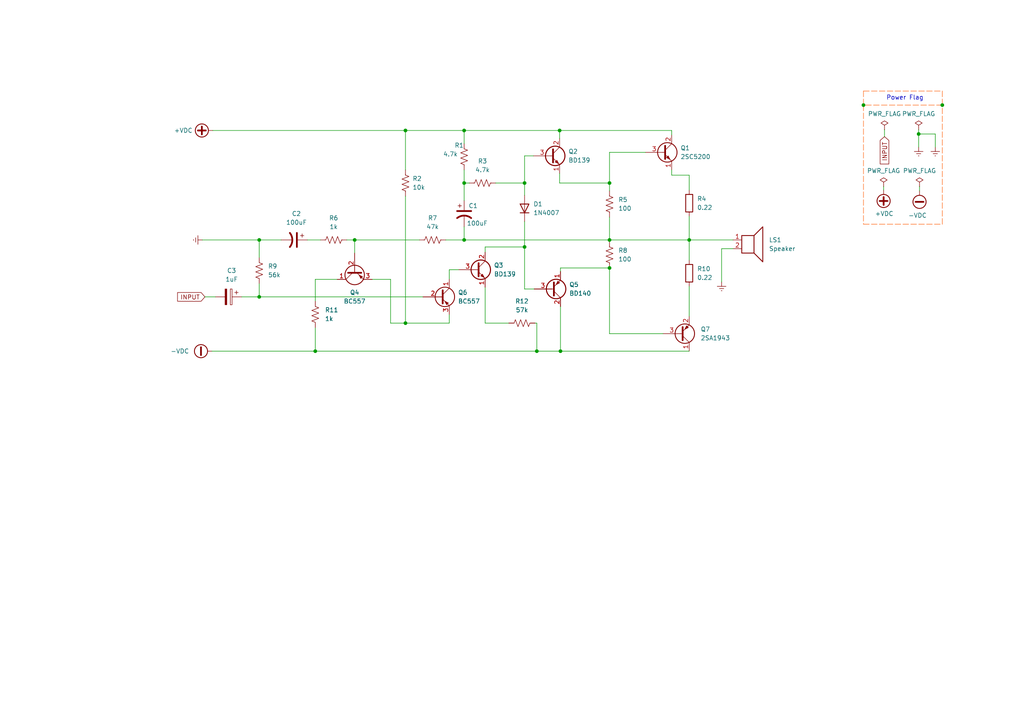
<source format=kicad_sch>
(kicad_sch (version 20211123) (generator eeschema)

  (uuid 3eb9141d-8b44-4e29-a48e-8ed9d8fb544c)

  (paper "A4")

  (title_block
    (title "Small Amplifier")
    (date "2022-05-15")
    (rev "v1.1")
    (company "zhrzkn")
  )

  (lib_symbols
    (symbol "Device:C_Polarized" (pin_numbers hide) (pin_names (offset 0.254)) (in_bom yes) (on_board yes)
      (property "Reference" "C" (id 0) (at 0.635 2.54 0)
        (effects (font (size 1.27 1.27)) (justify left))
      )
      (property "Value" "C_Polarized" (id 1) (at 0.635 -2.54 0)
        (effects (font (size 1.27 1.27)) (justify left))
      )
      (property "Footprint" "" (id 2) (at 0.9652 -3.81 0)
        (effects (font (size 1.27 1.27)) hide)
      )
      (property "Datasheet" "~" (id 3) (at 0 0 0)
        (effects (font (size 1.27 1.27)) hide)
      )
      (property "ki_keywords" "cap capacitor" (id 4) (at 0 0 0)
        (effects (font (size 1.27 1.27)) hide)
      )
      (property "ki_description" "Polarized capacitor" (id 5) (at 0 0 0)
        (effects (font (size 1.27 1.27)) hide)
      )
      (property "ki_fp_filters" "CP_*" (id 6) (at 0 0 0)
        (effects (font (size 1.27 1.27)) hide)
      )
      (symbol "C_Polarized_0_1"
        (rectangle (start -2.286 0.508) (end 2.286 1.016)
          (stroke (width 0) (type default) (color 0 0 0 0))
          (fill (type none))
        )
        (polyline
          (pts
            (xy -1.778 2.286)
            (xy -0.762 2.286)
          )
          (stroke (width 0) (type default) (color 0 0 0 0))
          (fill (type none))
        )
        (polyline
          (pts
            (xy -1.27 2.794)
            (xy -1.27 1.778)
          )
          (stroke (width 0) (type default) (color 0 0 0 0))
          (fill (type none))
        )
        (rectangle (start 2.286 -0.508) (end -2.286 -1.016)
          (stroke (width 0) (type default) (color 0 0 0 0))
          (fill (type outline))
        )
      )
      (symbol "C_Polarized_1_1"
        (pin passive line (at 0 3.81 270) (length 2.794)
          (name "~" (effects (font (size 1.27 1.27))))
          (number "1" (effects (font (size 1.27 1.27))))
        )
        (pin passive line (at 0 -3.81 90) (length 2.794)
          (name "~" (effects (font (size 1.27 1.27))))
          (number "2" (effects (font (size 1.27 1.27))))
        )
      )
    )
    (symbol "Device:C_Polarized_US" (pin_numbers hide) (pin_names (offset 0.254) hide) (in_bom yes) (on_board yes)
      (property "Reference" "C" (id 0) (at 0.635 2.54 0)
        (effects (font (size 1.27 1.27)) (justify left))
      )
      (property "Value" "C_Polarized_US" (id 1) (at 0.635 -2.54 0)
        (effects (font (size 1.27 1.27)) (justify left))
      )
      (property "Footprint" "" (id 2) (at 0 0 0)
        (effects (font (size 1.27 1.27)) hide)
      )
      (property "Datasheet" "~" (id 3) (at 0 0 0)
        (effects (font (size 1.27 1.27)) hide)
      )
      (property "ki_keywords" "cap capacitor" (id 4) (at 0 0 0)
        (effects (font (size 1.27 1.27)) hide)
      )
      (property "ki_description" "Polarized capacitor, US symbol" (id 5) (at 0 0 0)
        (effects (font (size 1.27 1.27)) hide)
      )
      (property "ki_fp_filters" "CP_*" (id 6) (at 0 0 0)
        (effects (font (size 1.27 1.27)) hide)
      )
      (symbol "C_Polarized_US_0_1"
        (polyline
          (pts
            (xy -2.032 0.762)
            (xy 2.032 0.762)
          )
          (stroke (width 0.508) (type default) (color 0 0 0 0))
          (fill (type none))
        )
        (polyline
          (pts
            (xy -1.778 2.286)
            (xy -0.762 2.286)
          )
          (stroke (width 0) (type default) (color 0 0 0 0))
          (fill (type none))
        )
        (polyline
          (pts
            (xy -1.27 1.778)
            (xy -1.27 2.794)
          )
          (stroke (width 0) (type default) (color 0 0 0 0))
          (fill (type none))
        )
        (arc (start 2.032 -1.27) (mid 0 -0.5572) (end -2.032 -1.27)
          (stroke (width 0.508) (type default) (color 0 0 0 0))
          (fill (type none))
        )
      )
      (symbol "C_Polarized_US_1_1"
        (pin passive line (at 0 3.81 270) (length 2.794)
          (name "~" (effects (font (size 1.27 1.27))))
          (number "1" (effects (font (size 1.27 1.27))))
        )
        (pin passive line (at 0 -3.81 90) (length 3.302)
          (name "~" (effects (font (size 1.27 1.27))))
          (number "2" (effects (font (size 1.27 1.27))))
        )
      )
    )
    (symbol "Device:R" (pin_numbers hide) (pin_names (offset 0)) (in_bom yes) (on_board yes)
      (property "Reference" "R" (id 0) (at 2.032 0 90)
        (effects (font (size 1.27 1.27)))
      )
      (property "Value" "R" (id 1) (at 0 0 90)
        (effects (font (size 1.27 1.27)))
      )
      (property "Footprint" "" (id 2) (at -1.778 0 90)
        (effects (font (size 1.27 1.27)) hide)
      )
      (property "Datasheet" "~" (id 3) (at 0 0 0)
        (effects (font (size 1.27 1.27)) hide)
      )
      (property "ki_keywords" "R res resistor" (id 4) (at 0 0 0)
        (effects (font (size 1.27 1.27)) hide)
      )
      (property "ki_description" "Resistor" (id 5) (at 0 0 0)
        (effects (font (size 1.27 1.27)) hide)
      )
      (property "ki_fp_filters" "R_*" (id 6) (at 0 0 0)
        (effects (font (size 1.27 1.27)) hide)
      )
      (symbol "R_0_1"
        (rectangle (start -1.016 -2.54) (end 1.016 2.54)
          (stroke (width 0.254) (type default) (color 0 0 0 0))
          (fill (type none))
        )
      )
      (symbol "R_1_1"
        (pin passive line (at 0 3.81 270) (length 1.27)
          (name "~" (effects (font (size 1.27 1.27))))
          (number "1" (effects (font (size 1.27 1.27))))
        )
        (pin passive line (at 0 -3.81 90) (length 1.27)
          (name "~" (effects (font (size 1.27 1.27))))
          (number "2" (effects (font (size 1.27 1.27))))
        )
      )
    )
    (symbol "Device:R_US" (pin_numbers hide) (pin_names (offset 0)) (in_bom yes) (on_board yes)
      (property "Reference" "R" (id 0) (at 2.54 0 90)
        (effects (font (size 1.27 1.27)))
      )
      (property "Value" "R_US" (id 1) (at -2.54 0 90)
        (effects (font (size 1.27 1.27)))
      )
      (property "Footprint" "" (id 2) (at 1.016 -0.254 90)
        (effects (font (size 1.27 1.27)) hide)
      )
      (property "Datasheet" "~" (id 3) (at 0 0 0)
        (effects (font (size 1.27 1.27)) hide)
      )
      (property "ki_keywords" "R res resistor" (id 4) (at 0 0 0)
        (effects (font (size 1.27 1.27)) hide)
      )
      (property "ki_description" "Resistor, US symbol" (id 5) (at 0 0 0)
        (effects (font (size 1.27 1.27)) hide)
      )
      (property "ki_fp_filters" "R_*" (id 6) (at 0 0 0)
        (effects (font (size 1.27 1.27)) hide)
      )
      (symbol "R_US_0_1"
        (polyline
          (pts
            (xy 0 -2.286)
            (xy 0 -2.54)
          )
          (stroke (width 0) (type default) (color 0 0 0 0))
          (fill (type none))
        )
        (polyline
          (pts
            (xy 0 2.286)
            (xy 0 2.54)
          )
          (stroke (width 0) (type default) (color 0 0 0 0))
          (fill (type none))
        )
        (polyline
          (pts
            (xy 0 -0.762)
            (xy 1.016 -1.143)
            (xy 0 -1.524)
            (xy -1.016 -1.905)
            (xy 0 -2.286)
          )
          (stroke (width 0) (type default) (color 0 0 0 0))
          (fill (type none))
        )
        (polyline
          (pts
            (xy 0 0.762)
            (xy 1.016 0.381)
            (xy 0 0)
            (xy -1.016 -0.381)
            (xy 0 -0.762)
          )
          (stroke (width 0) (type default) (color 0 0 0 0))
          (fill (type none))
        )
        (polyline
          (pts
            (xy 0 2.286)
            (xy 1.016 1.905)
            (xy 0 1.524)
            (xy -1.016 1.143)
            (xy 0 0.762)
          )
          (stroke (width 0) (type default) (color 0 0 0 0))
          (fill (type none))
        )
      )
      (symbol "R_US_1_1"
        (pin passive line (at 0 3.81 270) (length 1.27)
          (name "~" (effects (font (size 1.27 1.27))))
          (number "1" (effects (font (size 1.27 1.27))))
        )
        (pin passive line (at 0 -3.81 90) (length 1.27)
          (name "~" (effects (font (size 1.27 1.27))))
          (number "2" (effects (font (size 1.27 1.27))))
        )
      )
    )
    (symbol "Device:Speaker" (pin_names (offset 0) hide) (in_bom yes) (on_board yes)
      (property "Reference" "LS" (id 0) (at 1.27 5.715 0)
        (effects (font (size 1.27 1.27)) (justify right))
      )
      (property "Value" "Speaker" (id 1) (at 1.27 3.81 0)
        (effects (font (size 1.27 1.27)) (justify right))
      )
      (property "Footprint" "" (id 2) (at 0 -5.08 0)
        (effects (font (size 1.27 1.27)) hide)
      )
      (property "Datasheet" "~" (id 3) (at -0.254 -1.27 0)
        (effects (font (size 1.27 1.27)) hide)
      )
      (property "ki_keywords" "speaker sound" (id 4) (at 0 0 0)
        (effects (font (size 1.27 1.27)) hide)
      )
      (property "ki_description" "Speaker" (id 5) (at 0 0 0)
        (effects (font (size 1.27 1.27)) hide)
      )
      (symbol "Speaker_0_0"
        (rectangle (start -2.54 1.27) (end 1.016 -3.81)
          (stroke (width 0.254) (type default) (color 0 0 0 0))
          (fill (type none))
        )
        (polyline
          (pts
            (xy 1.016 1.27)
            (xy 3.556 3.81)
            (xy 3.556 -6.35)
            (xy 1.016 -3.81)
          )
          (stroke (width 0.254) (type default) (color 0 0 0 0))
          (fill (type none))
        )
      )
      (symbol "Speaker_1_1"
        (pin input line (at -5.08 0 0) (length 2.54)
          (name "1" (effects (font (size 1.27 1.27))))
          (number "1" (effects (font (size 1.27 1.27))))
        )
        (pin input line (at -5.08 -2.54 0) (length 2.54)
          (name "2" (effects (font (size 1.27 1.27))))
          (number "2" (effects (font (size 1.27 1.27))))
        )
      )
    )
    (symbol "Diode:1N4007" (pin_numbers hide) (pin_names (offset 1.016) hide) (in_bom yes) (on_board yes)
      (property "Reference" "D" (id 0) (at 0 2.54 0)
        (effects (font (size 1.27 1.27)))
      )
      (property "Value" "1N4007" (id 1) (at 0 -2.54 0)
        (effects (font (size 1.27 1.27)))
      )
      (property "Footprint" "Diode_THT:D_DO-41_SOD81_P10.16mm_Horizontal" (id 2) (at 0 -4.445 0)
        (effects (font (size 1.27 1.27)) hide)
      )
      (property "Datasheet" "http://www.vishay.com/docs/88503/1n4001.pdf" (id 3) (at 0 0 0)
        (effects (font (size 1.27 1.27)) hide)
      )
      (property "ki_keywords" "diode" (id 4) (at 0 0 0)
        (effects (font (size 1.27 1.27)) hide)
      )
      (property "ki_description" "1000V 1A General Purpose Rectifier Diode, DO-41" (id 5) (at 0 0 0)
        (effects (font (size 1.27 1.27)) hide)
      )
      (property "ki_fp_filters" "D*DO?41*" (id 6) (at 0 0 0)
        (effects (font (size 1.27 1.27)) hide)
      )
      (symbol "1N4007_0_1"
        (polyline
          (pts
            (xy -1.27 1.27)
            (xy -1.27 -1.27)
          )
          (stroke (width 0.254) (type default) (color 0 0 0 0))
          (fill (type none))
        )
        (polyline
          (pts
            (xy 1.27 0)
            (xy -1.27 0)
          )
          (stroke (width 0) (type default) (color 0 0 0 0))
          (fill (type none))
        )
        (polyline
          (pts
            (xy 1.27 1.27)
            (xy 1.27 -1.27)
            (xy -1.27 0)
            (xy 1.27 1.27)
          )
          (stroke (width 0.254) (type default) (color 0 0 0 0))
          (fill (type none))
        )
      )
      (symbol "1N4007_1_1"
        (pin passive line (at -3.81 0 0) (length 2.54)
          (name "K" (effects (font (size 1.27 1.27))))
          (number "1" (effects (font (size 1.27 1.27))))
        )
        (pin passive line (at 3.81 0 180) (length 2.54)
          (name "A" (effects (font (size 1.27 1.27))))
          (number "2" (effects (font (size 1.27 1.27))))
        )
      )
    )
    (symbol "Transistor_BJT:BC557" (pin_names (offset 0) hide) (in_bom yes) (on_board yes)
      (property "Reference" "Q" (id 0) (at 5.08 1.905 0)
        (effects (font (size 1.27 1.27)) (justify left))
      )
      (property "Value" "BC557" (id 1) (at 5.08 0 0)
        (effects (font (size 1.27 1.27)) (justify left))
      )
      (property "Footprint" "Package_TO_SOT_THT:TO-92_Inline" (id 2) (at 5.08 -1.905 0)
        (effects (font (size 1.27 1.27) italic) (justify left) hide)
      )
      (property "Datasheet" "https://www.onsemi.com/pub/Collateral/BC556BTA-D.pdf" (id 3) (at 0 0 0)
        (effects (font (size 1.27 1.27)) (justify left) hide)
      )
      (property "ki_keywords" "PNP Transistor" (id 4) (at 0 0 0)
        (effects (font (size 1.27 1.27)) hide)
      )
      (property "ki_description" "0.1A Ic, 45V Vce, PNP Small Signal Transistor, TO-92" (id 5) (at 0 0 0)
        (effects (font (size 1.27 1.27)) hide)
      )
      (property "ki_fp_filters" "TO?92*" (id 6) (at 0 0 0)
        (effects (font (size 1.27 1.27)) hide)
      )
      (symbol "BC557_0_1"
        (polyline
          (pts
            (xy 0.635 0.635)
            (xy 2.54 2.54)
          )
          (stroke (width 0) (type default) (color 0 0 0 0))
          (fill (type none))
        )
        (polyline
          (pts
            (xy 0.635 -0.635)
            (xy 2.54 -2.54)
            (xy 2.54 -2.54)
          )
          (stroke (width 0) (type default) (color 0 0 0 0))
          (fill (type none))
        )
        (polyline
          (pts
            (xy 0.635 1.905)
            (xy 0.635 -1.905)
            (xy 0.635 -1.905)
          )
          (stroke (width 0.508) (type default) (color 0 0 0 0))
          (fill (type none))
        )
        (polyline
          (pts
            (xy 2.286 -1.778)
            (xy 1.778 -2.286)
            (xy 1.27 -1.27)
            (xy 2.286 -1.778)
            (xy 2.286 -1.778)
          )
          (stroke (width 0) (type default) (color 0 0 0 0))
          (fill (type outline))
        )
        (circle (center 1.27 0) (radius 2.8194)
          (stroke (width 0.254) (type default) (color 0 0 0 0))
          (fill (type none))
        )
      )
      (symbol "BC557_1_1"
        (pin passive line (at 2.54 5.08 270) (length 2.54)
          (name "C" (effects (font (size 1.27 1.27))))
          (number "1" (effects (font (size 1.27 1.27))))
        )
        (pin input line (at -5.08 0 0) (length 5.715)
          (name "B" (effects (font (size 1.27 1.27))))
          (number "2" (effects (font (size 1.27 1.27))))
        )
        (pin passive line (at 2.54 -5.08 90) (length 2.54)
          (name "E" (effects (font (size 1.27 1.27))))
          (number "3" (effects (font (size 1.27 1.27))))
        )
      )
    )
    (symbol "Transistor_BJT:BD139" (pin_names (offset 0) hide) (in_bom yes) (on_board yes)
      (property "Reference" "Q" (id 0) (at 5.08 1.905 0)
        (effects (font (size 1.27 1.27)) (justify left))
      )
      (property "Value" "BD139" (id 1) (at 5.08 0 0)
        (effects (font (size 1.27 1.27)) (justify left))
      )
      (property "Footprint" "Package_TO_SOT_THT:TO-126-3_Vertical" (id 2) (at 5.08 -1.905 0)
        (effects (font (size 1.27 1.27) italic) (justify left) hide)
      )
      (property "Datasheet" "http://www.st.com/internet/com/TECHNICAL_RESOURCES/TECHNICAL_LITERATURE/DATASHEET/CD00001225.pdf" (id 3) (at 0 0 0)
        (effects (font (size 1.27 1.27)) (justify left) hide)
      )
      (property "ki_keywords" "Low Voltage Transistor" (id 4) (at 0 0 0)
        (effects (font (size 1.27 1.27)) hide)
      )
      (property "ki_description" "1.5A Ic, 80V Vce, Low Voltage Transistor, TO-126" (id 5) (at 0 0 0)
        (effects (font (size 1.27 1.27)) hide)
      )
      (property "ki_fp_filters" "TO?126*" (id 6) (at 0 0 0)
        (effects (font (size 1.27 1.27)) hide)
      )
      (symbol "BD139_0_1"
        (polyline
          (pts
            (xy 0 0)
            (xy 0.635 0)
          )
          (stroke (width 0) (type default) (color 0 0 0 0))
          (fill (type none))
        )
        (polyline
          (pts
            (xy 2.54 -2.54)
            (xy 0.635 -0.635)
          )
          (stroke (width 0) (type default) (color 0 0 0 0))
          (fill (type none))
        )
        (polyline
          (pts
            (xy 2.54 2.54)
            (xy 0.635 0.635)
          )
          (stroke (width 0) (type default) (color 0 0 0 0))
          (fill (type none))
        )
        (polyline
          (pts
            (xy 0.635 1.905)
            (xy 0.635 -1.905)
            (xy 0.635 -1.905)
          )
          (stroke (width 0.508) (type default) (color 0 0 0 0))
          (fill (type outline))
        )
        (polyline
          (pts
            (xy 1.2446 -1.778)
            (xy 1.7526 -1.27)
            (xy 2.286 -2.286)
            (xy 1.2446 -1.778)
            (xy 1.2446 -1.778)
          )
          (stroke (width 0) (type default) (color 0 0 0 0))
          (fill (type outline))
        )
        (circle (center 1.27 0) (radius 2.8194)
          (stroke (width 0.3048) (type default) (color 0 0 0 0))
          (fill (type none))
        )
      )
      (symbol "BD139_1_1"
        (pin passive line (at 2.54 -5.08 90) (length 2.54)
          (name "E" (effects (font (size 1.27 1.27))))
          (number "1" (effects (font (size 1.27 1.27))))
        )
        (pin passive line (at 2.54 5.08 270) (length 2.54)
          (name "C" (effects (font (size 1.27 1.27))))
          (number "2" (effects (font (size 1.27 1.27))))
        )
        (pin input line (at -5.08 0 0) (length 5.08)
          (name "B" (effects (font (size 1.27 1.27))))
          (number "3" (effects (font (size 1.27 1.27))))
        )
      )
    )
    (symbol "Transistor_BJT:BD140" (pin_names (offset 0) hide) (in_bom yes) (on_board yes)
      (property "Reference" "Q" (id 0) (at 5.08 1.905 0)
        (effects (font (size 1.27 1.27)) (justify left))
      )
      (property "Value" "BD140" (id 1) (at 5.08 0 0)
        (effects (font (size 1.27 1.27)) (justify left))
      )
      (property "Footprint" "Package_TO_SOT_THT:TO-126-3_Vertical" (id 2) (at 5.08 -1.905 0)
        (effects (font (size 1.27 1.27) italic) (justify left) hide)
      )
      (property "Datasheet" "http://www.st.com/internet/com/TECHNICAL_RESOURCES/TECHNICAL_LITERATURE/DATASHEET/CD00001225.pdf" (id 3) (at 0 0 0)
        (effects (font (size 1.27 1.27)) (justify left) hide)
      )
      (property "ki_keywords" "Low Voltage Transistor" (id 4) (at 0 0 0)
        (effects (font (size 1.27 1.27)) hide)
      )
      (property "ki_description" "1.5A Ic, 80V Vce, Low Voltage Transistor, TO-126" (id 5) (at 0 0 0)
        (effects (font (size 1.27 1.27)) hide)
      )
      (property "ki_fp_filters" "TO?126*" (id 6) (at 0 0 0)
        (effects (font (size 1.27 1.27)) hide)
      )
      (symbol "BD140_0_1"
        (polyline
          (pts
            (xy 0 0)
            (xy 0.635 0)
          )
          (stroke (width 0) (type default) (color 0 0 0 0))
          (fill (type none))
        )
        (polyline
          (pts
            (xy 2.54 -2.54)
            (xy 0.635 -0.635)
          )
          (stroke (width 0) (type default) (color 0 0 0 0))
          (fill (type none))
        )
        (polyline
          (pts
            (xy 2.54 2.54)
            (xy 0.635 0.635)
          )
          (stroke (width 0) (type default) (color 0 0 0 0))
          (fill (type none))
        )
        (polyline
          (pts
            (xy 0.635 1.905)
            (xy 0.635 -1.905)
            (xy 0.635 -1.905)
          )
          (stroke (width 0.508) (type default) (color 0 0 0 0))
          (fill (type outline))
        )
        (polyline
          (pts
            (xy 1.778 -2.286)
            (xy 2.286 -1.778)
            (xy 1.27 -1.27)
            (xy 1.778 -2.286)
            (xy 1.778 -2.286)
          )
          (stroke (width 0) (type default) (color 0 0 0 0))
          (fill (type outline))
        )
        (circle (center 1.27 0) (radius 2.8194)
          (stroke (width 0.3048) (type default) (color 0 0 0 0))
          (fill (type none))
        )
      )
      (symbol "BD140_1_1"
        (pin passive line (at 2.54 -5.08 90) (length 2.54)
          (name "E" (effects (font (size 1.27 1.27))))
          (number "1" (effects (font (size 1.27 1.27))))
        )
        (pin passive line (at 2.54 5.08 270) (length 2.54)
          (name "C" (effects (font (size 1.27 1.27))))
          (number "2" (effects (font (size 1.27 1.27))))
        )
        (pin input line (at -5.08 0 0) (length 5.08)
          (name "B" (effects (font (size 1.27 1.27))))
          (number "3" (effects (font (size 1.27 1.27))))
        )
      )
    )
    (symbol "extra_library:2SA1943" (in_bom yes) (on_board yes)
      (property "Reference" "Q" (id 0) (at 6.35 2.032 0)
        (effects (font (size 1.27 1.27)))
      )
      (property "Value" "2SA1943" (id 1) (at 8.128 -0.508 0)
        (effects (font (size 1.27 1.27)))
      )
      (property "Footprint" "" (id 2) (at -3.302 3.048 0)
        (effects (font (size 1.27 1.27)) hide)
      )
      (property "Datasheet" "" (id 3) (at -3.302 3.048 0)
        (effects (font (size 1.27 1.27)) hide)
      )
      (symbol "2SA1943_0_1"
        (polyline
          (pts
            (xy -0.762 0.254)
            (xy -0.127 0.254)
          )
          (stroke (width 0) (type default) (color 0 0 0 0))
          (fill (type none))
        )
        (polyline
          (pts
            (xy 1.778 -2.286)
            (xy -0.127 -0.381)
          )
          (stroke (width 0) (type default) (color 0 0 0 0))
          (fill (type none))
        )
        (polyline
          (pts
            (xy 1.778 2.794)
            (xy -0.127 0.889)
          )
          (stroke (width 0) (type default) (color 0 0 0 0))
          (fill (type none))
        )
        (polyline
          (pts
            (xy -0.127 2.159)
            (xy -0.127 -1.651)
            (xy -0.127 -1.651)
          )
          (stroke (width 0.508) (type default) (color 0 0 0 0))
          (fill (type outline))
        )
        (polyline
          (pts
            (xy 1.524 2.032)
            (xy 1.016 2.54)
            (xy 0.508 1.524)
            (xy 1.524 2.032)
            (xy 1.524 2.032)
          )
          (stroke (width 0) (type default) (color 0 0 0 0))
          (fill (type outline))
        )
        (circle (center 0.508 0.254) (radius 2.8194)
          (stroke (width 0.254) (type default) (color 0 0 0 0))
          (fill (type none))
        )
      )
      (symbol "2SA1943_1_1"
        (pin passive line (at 1.778 -4.826 90) (length 2.54)
          (name "" (effects (font (size 1.27 1.27))))
          (number "1" (effects (font (size 1.27 1.27))))
        )
        (pin passive line (at 1.778 5.334 270) (length 2.54)
          (name "" (effects (font (size 1.27 1.27))))
          (number "2" (effects (font (size 1.27 1.27))))
        )
        (pin input line (at -5.842 0.254 0) (length 5.08)
          (name "" (effects (font (size 1.27 1.27))))
          (number "3" (effects (font (size 1.27 1.27))))
        )
      )
    )
    (symbol "extra_library:2SC5200" (in_bom yes) (on_board yes)
      (property "Reference" "Q" (id 0) (at 7.366 -0.508 0)
        (effects (font (size 1.27 1.27)))
      )
      (property "Value" "2SC5200" (id 1) (at 10.16 -3.048 0)
        (effects (font (size 1.27 1.27)))
      )
      (property "Footprint" "" (id 2) (at 0 0 0)
        (effects (font (size 1.27 1.27)) hide)
      )
      (property "Datasheet" "" (id 3) (at 0 0 0)
        (effects (font (size 1.27 1.27)) hide)
      )
      (symbol "2SC5200_0_1"
        (polyline
          (pts
            (xy 1.27 -2.54)
            (xy 1.905 -2.54)
          )
          (stroke (width 0) (type default) (color 0 0 0 0))
          (fill (type none))
        )
        (polyline
          (pts
            (xy 3.81 -5.08)
            (xy 1.905 -3.175)
          )
          (stroke (width 0) (type default) (color 0 0 0 0))
          (fill (type none))
        )
        (polyline
          (pts
            (xy 3.81 0)
            (xy 1.905 -1.905)
          )
          (stroke (width 0) (type default) (color 0 0 0 0))
          (fill (type none))
        )
        (polyline
          (pts
            (xy 22.86 2.54)
            (xy 22.86 2.54)
          )
          (stroke (width 0) (type default) (color 0 0 0 0))
          (fill (type none))
        )
        (polyline
          (pts
            (xy 1.905 -0.635)
            (xy 1.905 -4.445)
            (xy 1.905 -4.445)
          )
          (stroke (width 0.508) (type default) (color 0 0 0 0))
          (fill (type outline))
        )
        (polyline
          (pts
            (xy 2.794 -3.556)
            (xy 2.286 -4.064)
            (xy 3.302 -4.572)
            (xy 2.794 -3.556)
            (xy 2.794 -3.556)
          )
          (stroke (width 0) (type default) (color 0 0 0 0))
          (fill (type outline))
        )
        (circle (center 2.54 -2.54) (radius 2.8194)
          (stroke (width 0.254) (type default) (color 0 0 0 0))
          (fill (type none))
        )
      )
      (symbol "2SC5200_1_1"
        (pin passive line (at 3.81 -7.62 90) (length 2.54)
          (name "" (effects (font (size 1.27 1.27))))
          (number "1" (effects (font (size 1.27 1.27))))
        )
        (pin passive line (at 3.81 2.54 270) (length 2.54)
          (name "" (effects (font (size 1.27 1.27))))
          (number "2" (effects (font (size 1.27 1.27))))
        )
        (pin input line (at -3.81 -2.54 0) (length 5.08)
          (name "" (effects (font (size 1.27 1.27))))
          (number "3" (effects (font (size 1.27 1.27))))
        )
      )
    )
    (symbol "power:+VDC" (power) (pin_names (offset 0)) (in_bom yes) (on_board yes)
      (property "Reference" "#PWR" (id 0) (at 0 -2.54 0)
        (effects (font (size 1.27 1.27)) hide)
      )
      (property "Value" "+VDC" (id 1) (at 0 6.35 0)
        (effects (font (size 1.27 1.27)))
      )
      (property "Footprint" "" (id 2) (at 0 0 0)
        (effects (font (size 1.27 1.27)) hide)
      )
      (property "Datasheet" "" (id 3) (at 0 0 0)
        (effects (font (size 1.27 1.27)) hide)
      )
      (property "ki_keywords" "power-flag" (id 4) (at 0 0 0)
        (effects (font (size 1.27 1.27)) hide)
      )
      (property "ki_description" "Power symbol creates a global label with name \"+VDC\"" (id 5) (at 0 0 0)
        (effects (font (size 1.27 1.27)) hide)
      )
      (symbol "+VDC_0_1"
        (polyline
          (pts
            (xy -1.143 3.175)
            (xy 1.143 3.175)
          )
          (stroke (width 0.508) (type default) (color 0 0 0 0))
          (fill (type none))
        )
        (polyline
          (pts
            (xy 0 0)
            (xy 0 1.27)
          )
          (stroke (width 0) (type default) (color 0 0 0 0))
          (fill (type none))
        )
        (polyline
          (pts
            (xy 0 2.032)
            (xy 0 4.318)
          )
          (stroke (width 0.508) (type default) (color 0 0 0 0))
          (fill (type none))
        )
        (circle (center 0 3.175) (radius 1.905)
          (stroke (width 0.254) (type default) (color 0 0 0 0))
          (fill (type none))
        )
      )
      (symbol "+VDC_1_1"
        (pin power_in line (at 0 0 90) (length 0) hide
          (name "+VDC" (effects (font (size 1.27 1.27))))
          (number "1" (effects (font (size 1.27 1.27))))
        )
      )
    )
    (symbol "power:-VDC" (power) (pin_names (offset 0)) (in_bom yes) (on_board yes)
      (property "Reference" "#PWR" (id 0) (at 0 -2.54 0)
        (effects (font (size 1.27 1.27)) hide)
      )
      (property "Value" "-VDC" (id 1) (at 0 6.35 0)
        (effects (font (size 1.27 1.27)))
      )
      (property "Footprint" "" (id 2) (at 0 0 0)
        (effects (font (size 1.27 1.27)) hide)
      )
      (property "Datasheet" "" (id 3) (at 0 0 0)
        (effects (font (size 1.27 1.27)) hide)
      )
      (property "ki_keywords" "power-flag" (id 4) (at 0 0 0)
        (effects (font (size 1.27 1.27)) hide)
      )
      (property "ki_description" "Power symbol creates a global label with name \"-VDC\"" (id 5) (at 0 0 0)
        (effects (font (size 1.27 1.27)) hide)
      )
      (symbol "-VDC_0_1"
        (polyline
          (pts
            (xy -1.143 3.175)
            (xy 1.143 3.175)
          )
          (stroke (width 0.508) (type default) (color 0 0 0 0))
          (fill (type none))
        )
        (polyline
          (pts
            (xy 0 0)
            (xy 0 1.27)
          )
          (stroke (width 0) (type default) (color 0 0 0 0))
          (fill (type none))
        )
        (circle (center 0 3.175) (radius 1.905)
          (stroke (width 0.254) (type default) (color 0 0 0 0))
          (fill (type none))
        )
      )
      (symbol "-VDC_1_1"
        (pin power_in line (at 0 0 90) (length 0) hide
          (name "-VDC" (effects (font (size 1.27 1.27))))
          (number "1" (effects (font (size 1.27 1.27))))
        )
      )
    )
    (symbol "power:Earth" (power) (pin_names (offset 0)) (in_bom yes) (on_board yes)
      (property "Reference" "#PWR" (id 0) (at 0 -6.35 0)
        (effects (font (size 1.27 1.27)) hide)
      )
      (property "Value" "Earth" (id 1) (at 0 -3.81 0)
        (effects (font (size 1.27 1.27)) hide)
      )
      (property "Footprint" "" (id 2) (at 0 0 0)
        (effects (font (size 1.27 1.27)) hide)
      )
      (property "Datasheet" "~" (id 3) (at 0 0 0)
        (effects (font (size 1.27 1.27)) hide)
      )
      (property "ki_keywords" "power-flag ground gnd" (id 4) (at 0 0 0)
        (effects (font (size 1.27 1.27)) hide)
      )
      (property "ki_description" "Power symbol creates a global label with name \"Earth\"" (id 5) (at 0 0 0)
        (effects (font (size 1.27 1.27)) hide)
      )
      (symbol "Earth_0_1"
        (polyline
          (pts
            (xy -0.635 -1.905)
            (xy 0.635 -1.905)
          )
          (stroke (width 0) (type default) (color 0 0 0 0))
          (fill (type none))
        )
        (polyline
          (pts
            (xy -0.127 -2.54)
            (xy 0.127 -2.54)
          )
          (stroke (width 0) (type default) (color 0 0 0 0))
          (fill (type none))
        )
        (polyline
          (pts
            (xy 0 -1.27)
            (xy 0 0)
          )
          (stroke (width 0) (type default) (color 0 0 0 0))
          (fill (type none))
        )
        (polyline
          (pts
            (xy 1.27 -1.27)
            (xy -1.27 -1.27)
          )
          (stroke (width 0) (type default) (color 0 0 0 0))
          (fill (type none))
        )
      )
      (symbol "Earth_1_1"
        (pin power_in line (at 0 0 270) (length 0) hide
          (name "Earth" (effects (font (size 1.27 1.27))))
          (number "1" (effects (font (size 1.27 1.27))))
        )
      )
    )
    (symbol "power:PWR_FLAG" (power) (pin_numbers hide) (pin_names (offset 0) hide) (in_bom yes) (on_board yes)
      (property "Reference" "#FLG" (id 0) (at 0 1.905 0)
        (effects (font (size 1.27 1.27)) hide)
      )
      (property "Value" "PWR_FLAG" (id 1) (at 0 3.81 0)
        (effects (font (size 1.27 1.27)))
      )
      (property "Footprint" "" (id 2) (at 0 0 0)
        (effects (font (size 1.27 1.27)) hide)
      )
      (property "Datasheet" "~" (id 3) (at 0 0 0)
        (effects (font (size 1.27 1.27)) hide)
      )
      (property "ki_keywords" "power-flag" (id 4) (at 0 0 0)
        (effects (font (size 1.27 1.27)) hide)
      )
      (property "ki_description" "Special symbol for telling ERC where power comes from" (id 5) (at 0 0 0)
        (effects (font (size 1.27 1.27)) hide)
      )
      (symbol "PWR_FLAG_0_0"
        (pin power_out line (at 0 0 90) (length 0)
          (name "pwr" (effects (font (size 1.27 1.27))))
          (number "1" (effects (font (size 1.27 1.27))))
        )
      )
      (symbol "PWR_FLAG_0_1"
        (polyline
          (pts
            (xy 0 0)
            (xy 0 1.27)
            (xy -1.016 1.905)
            (xy 0 2.54)
            (xy 1.016 1.905)
            (xy 0 1.27)
          )
          (stroke (width 0) (type default) (color 0 0 0 0))
          (fill (type none))
        )
      )
    )
  )


  (junction (at 199.898 69.596) (diameter 0) (color 0 0 0 0)
    (uuid 0272149b-14b3-4973-bb0d-7f524a682893)
  )
  (junction (at 273.304 30.48) (diameter 0) (color 0 0 0 0)
    (uuid 12e7501a-5e94-447f-8d3a-47ee7cc8d732)
  )
  (junction (at 117.602 37.846) (diameter 0) (color 0 0 0 0)
    (uuid 311ccade-2994-45fd-bfe6-de6098c18e81)
  )
  (junction (at 155.702 101.854) (diameter 0) (color 0 0 0 0)
    (uuid 32a9fdeb-c463-4e6b-8944-152b8e10d386)
  )
  (junction (at 162.56 101.854) (diameter 0) (color 0 0 0 0)
    (uuid 3ce442c9-44ea-406c-b775-2b83829ce08d)
  )
  (junction (at 134.62 69.596) (diameter 0) (color 0 0 0 0)
    (uuid 4e6a3a9a-5377-47e8-ad9e-87d9f6792685)
  )
  (junction (at 176.784 77.724) (diameter 0) (color 0 0 0 0)
    (uuid 5cb8fbe7-ed87-47ec-a0d7-8604b6ec5fc1)
  )
  (junction (at 152.146 53.086) (diameter 0) (color 0 0 0 0)
    (uuid 647a71d4-4609-433b-ad1a-ab927ba80bd5)
  )
  (junction (at 176.784 53.086) (diameter 0) (color 0 0 0 0)
    (uuid 64b09ab6-089a-4d87-ad05-40ba2a87fc1f)
  )
  (junction (at 75.184 69.596) (diameter 0) (color 0 0 0 0)
    (uuid 6ba7d3bc-67ad-4965-b806-8e303ee299f8)
  )
  (junction (at 266.446 38.862) (diameter 0) (color 0 0 0 0)
    (uuid 71851f10-2e5e-477d-97ca-06c982a6d3c3)
  )
  (junction (at 176.784 69.596) (diameter 0) (color 0 0 0 0)
    (uuid 725a2815-9885-47fe-896b-2a12e0066556)
  )
  (junction (at 134.62 37.846) (diameter 0) (color 0 0 0 0)
    (uuid 76c2d27b-cf3a-486c-9977-cf2ec9bc6c02)
  )
  (junction (at 152.146 71.628) (diameter 0) (color 0 0 0 0)
    (uuid 973b550b-960d-451b-97d2-54616cf93347)
  )
  (junction (at 117.602 93.726) (diameter 0) (color 0 0 0 0)
    (uuid a60e153e-6fd0-4ee1-9ffc-4666dc6977c1)
  )
  (junction (at 102.87 69.596) (diameter 0) (color 0 0 0 0)
    (uuid a9cb59ec-46e7-498d-b5e6-7d46fd6469c8)
  )
  (junction (at 134.62 53.086) (diameter 0) (color 0 0 0 0)
    (uuid ad0450bd-3d87-437a-8c55-24c539f3ff8b)
  )
  (junction (at 162.306 37.846) (diameter 0) (color 0 0 0 0)
    (uuid af6a11c6-5caf-453f-85ac-8905d207a3ef)
  )
  (junction (at 75.184 86.106) (diameter 0) (color 0 0 0 0)
    (uuid b966b4dc-ae17-45e4-81ca-d50e5d8ab219)
  )
  (junction (at 250.444 30.48) (diameter 0) (color 0 0 0 0)
    (uuid ba1f42ce-be79-4aeb-bb0e-07f8a2158eda)
  )
  (junction (at 91.44 101.854) (diameter 0) (color 0 0 0 0)
    (uuid f1faad82-b950-40f8-88f6-7fcdf80eb515)
  )

  (wire (pts (xy 129.286 69.596) (xy 134.62 69.596))
    (stroke (width 0) (type default) (color 0 0 0 0))
    (uuid 0329df45-517a-45d4-9e76-4b3f257af8b8)
  )
  (wire (pts (xy 199.898 50.8) (xy 194.818 50.8))
    (stroke (width 0) (type default) (color 0 0 0 0))
    (uuid 102cf553-821f-41b0-9640-1722f3b9a081)
  )
  (wire (pts (xy 140.716 83.312) (xy 140.716 93.726))
    (stroke (width 0) (type default) (color 0 0 0 0))
    (uuid 12a286af-e625-45c6-9ef7-bcf335a46e87)
  )
  (wire (pts (xy 75.184 82.296) (xy 75.184 86.106))
    (stroke (width 0) (type default) (color 0 0 0 0))
    (uuid 167c0009-9cff-4c7a-b888-33c450fcb2c0)
  )
  (wire (pts (xy 266.446 37.592) (xy 266.446 38.862))
    (stroke (width 0) (type default) (color 0 0 0 0))
    (uuid 16f9ea9a-bf35-435f-9c18-35943728de5c)
  )
  (wire (pts (xy 162.56 101.854) (xy 199.898 101.854))
    (stroke (width 0) (type default) (color 0 0 0 0))
    (uuid 182cdf52-9cd5-4e96-a54e-8777c00372b6)
  )
  (wire (pts (xy 176.784 53.086) (xy 176.784 55.372))
    (stroke (width 0) (type default) (color 0 0 0 0))
    (uuid 1bf7ddee-cf5a-402a-9a59-12330ee0ab2f)
  )
  (wire (pts (xy 75.184 69.596) (xy 81.534 69.596))
    (stroke (width 0) (type default) (color 0 0 0 0))
    (uuid 1cb9b8b0-f0e7-4019-a7ce-c05ac8350020)
  )
  (wire (pts (xy 113.284 81.026) (xy 113.284 93.726))
    (stroke (width 0) (type default) (color 0 0 0 0))
    (uuid 1e1a84ef-bf8a-43c4-90c8-896026d148ff)
  )
  (wire (pts (xy 273.304 65.024) (xy 273.304 30.48))
    (stroke (width 0) (type dash) (color 255 105 25 1))
    (uuid 32dacdd6-e08b-4027-9c9d-130941ae248a)
  )
  (wire (pts (xy 250.444 26.416) (xy 250.444 30.48))
    (stroke (width 0) (type dash) (color 255 105 25 1))
    (uuid 36385d35-6e22-46f8-8618-1ee1b94284ce)
  )
  (wire (pts (xy 117.602 56.896) (xy 117.602 93.726))
    (stroke (width 0) (type default) (color 0 0 0 0))
    (uuid 3647764b-e500-4be0-95e5-c5649c0f0557)
  )
  (wire (pts (xy 133.096 78.232) (xy 130.302 78.232))
    (stroke (width 0) (type default) (color 0 0 0 0))
    (uuid 3993f290-121b-4f16-8fa8-76c9d258acae)
  )
  (wire (pts (xy 97.79 81.026) (xy 91.44 81.026))
    (stroke (width 0) (type default) (color 0 0 0 0))
    (uuid 3ed8fb38-3b7f-4b8b-b427-926dda10bdad)
  )
  (wire (pts (xy 154.686 45.212) (xy 152.146 45.212))
    (stroke (width 0) (type default) (color 0 0 0 0))
    (uuid 4e19df68-1943-4838-b209-bb80071150c0)
  )
  (wire (pts (xy 176.784 62.992) (xy 176.784 69.596))
    (stroke (width 0) (type default) (color 0 0 0 0))
    (uuid 4ee764d9-a9a9-4597-b754-e96800d1e6eb)
  )
  (wire (pts (xy 140.716 93.726) (xy 147.574 93.726))
    (stroke (width 0) (type default) (color 0 0 0 0))
    (uuid 4ee797b3-bfb8-4827-b8fa-fc8d474d89a0)
  )
  (wire (pts (xy 250.444 26.416) (xy 273.304 26.416))
    (stroke (width 0) (type dash) (color 255 105 25 1))
    (uuid 51cfc028-e374-46d3-8436-8cc5d2386f9a)
  )
  (wire (pts (xy 162.56 88.9) (xy 162.56 101.854))
    (stroke (width 0) (type default) (color 0 0 0 0))
    (uuid 58e8774e-af15-4922-a496-15c8cd44712c)
  )
  (wire (pts (xy 134.62 69.596) (xy 134.62 65.786))
    (stroke (width 0) (type default) (color 0 0 0 0))
    (uuid 5a07122a-9d3e-4545-bf5c-7323b72b1a84)
  )
  (wire (pts (xy 58.674 69.596) (xy 75.184 69.596))
    (stroke (width 0) (type default) (color 0 0 0 0))
    (uuid 5a652149-8fbe-4c2d-a6cd-0773440ecb97)
  )
  (wire (pts (xy 250.444 30.48) (xy 250.444 65.024))
    (stroke (width 0) (type dash) (color 255 105 25 1))
    (uuid 5b31413a-7d20-4cdf-9d93-f9d752aa859c)
  )
  (wire (pts (xy 192.278 96.774) (xy 176.784 96.774))
    (stroke (width 0) (type default) (color 0 0 0 0))
    (uuid 5cf05f52-9297-4df5-87ad-4ed5bdef38a2)
  )
  (wire (pts (xy 134.62 37.846) (xy 162.306 37.846))
    (stroke (width 0) (type default) (color 0 0 0 0))
    (uuid 62421fae-4638-4405-a75d-b6eed9938ce2)
  )
  (wire (pts (xy 155.194 93.726) (xy 155.702 93.726))
    (stroke (width 0) (type default) (color 0 0 0 0))
    (uuid 667366ec-55a9-4d12-950e-d355fb22fd67)
  )
  (wire (pts (xy 273.304 26.416) (xy 273.304 30.48))
    (stroke (width 0) (type dash) (color 255 105 25 1))
    (uuid 6753bdaa-bac9-4034-827d-4a665e2fe088)
  )
  (wire (pts (xy 117.602 37.846) (xy 134.62 37.846))
    (stroke (width 0) (type default) (color 0 0 0 0))
    (uuid 6834f809-9722-48dc-9ce9-fc711e6d2b28)
  )
  (wire (pts (xy 75.184 69.596) (xy 75.184 74.676))
    (stroke (width 0) (type default) (color 0 0 0 0))
    (uuid 6a540cc2-e0f2-4cca-a8f3-34e7ed31b652)
  )
  (wire (pts (xy 155.702 93.726) (xy 155.702 101.854))
    (stroke (width 0) (type default) (color 0 0 0 0))
    (uuid 6c492cdd-4873-4b3c-8394-f5df71131d94)
  )
  (wire (pts (xy 256.286 55.118) (xy 256.286 54.102))
    (stroke (width 0) (type default) (color 0 0 0 0))
    (uuid 6cc313dc-fb33-4551-8125-2b83b8f7ad82)
  )
  (wire (pts (xy 266.446 38.862) (xy 266.446 42.672))
    (stroke (width 0) (type default) (color 0 0 0 0))
    (uuid 6cea52af-bc9f-42d1-992c-2d6121273c8b)
  )
  (wire (pts (xy 59.436 86.106) (xy 62.484 86.106))
    (stroke (width 0) (type default) (color 0 0 0 0))
    (uuid 770c048c-00ff-4f21-806f-cdab6ef8c700)
  )
  (wire (pts (xy 102.87 69.596) (xy 121.666 69.596))
    (stroke (width 0) (type default) (color 0 0 0 0))
    (uuid 7738730e-dc79-4b83-8352-2b2c29fe8a8b)
  )
  (wire (pts (xy 271.272 38.862) (xy 266.446 38.862))
    (stroke (width 0) (type default) (color 0 0 0 0))
    (uuid 77c1d8d4-ab88-49fd-bc6c-d0a84eaa596f)
  )
  (wire (pts (xy 154.94 83.82) (xy 152.146 83.82))
    (stroke (width 0) (type default) (color 0 0 0 0))
    (uuid 77c28d08-d149-4940-b8e9-787c9d898f3c)
  )
  (wire (pts (xy 162.306 50.292) (xy 162.306 53.086))
    (stroke (width 0) (type default) (color 0 0 0 0))
    (uuid 7a829169-8f28-4f92-b889-d1ddd472d12d)
  )
  (wire (pts (xy 130.302 91.186) (xy 130.302 93.726))
    (stroke (width 0) (type default) (color 0 0 0 0))
    (uuid 81586d40-c924-4066-a95b-6df9d210668d)
  )
  (wire (pts (xy 152.146 53.086) (xy 152.146 56.642))
    (stroke (width 0) (type default) (color 0 0 0 0))
    (uuid 840fcf99-c4f5-4aa9-ba39-2ce3083c5fe9)
  )
  (wire (pts (xy 194.818 49.276) (xy 194.818 50.8))
    (stroke (width 0) (type default) (color 0 0 0 0))
    (uuid 843bda5c-ff44-47ca-b52b-e855411c49ff)
  )
  (wire (pts (xy 70.104 86.106) (xy 75.184 86.106))
    (stroke (width 0) (type default) (color 0 0 0 0))
    (uuid 848b2a7c-d7b4-4e93-b057-8bf314a280c9)
  )
  (wire (pts (xy 162.306 53.086) (xy 176.784 53.086))
    (stroke (width 0) (type default) (color 0 0 0 0))
    (uuid 85a06743-2608-405e-865b-a718d31f32de)
  )
  (wire (pts (xy 209.296 72.136) (xy 209.296 81.788))
    (stroke (width 0) (type default) (color 0 0 0 0))
    (uuid 86a328ee-b9fb-4501-be35-be12d95b5e12)
  )
  (wire (pts (xy 152.146 45.212) (xy 152.146 53.086))
    (stroke (width 0) (type default) (color 0 0 0 0))
    (uuid 88d7bae8-4916-4f69-9868-8ccadcd644f9)
  )
  (wire (pts (xy 91.44 81.026) (xy 91.44 87.376))
    (stroke (width 0) (type default) (color 0 0 0 0))
    (uuid 8ab2c396-badb-40a5-ab2d-b810c97b2b79)
  )
  (wire (pts (xy 250.444 65.024) (xy 273.304 65.024))
    (stroke (width 0) (type dash) (color 255 105 25 1))
    (uuid 960c6c2e-ed44-449f-9452-ec408aba0a4a)
  )
  (wire (pts (xy 91.44 101.854) (xy 155.702 101.854))
    (stroke (width 0) (type default) (color 0 0 0 0))
    (uuid 9767365f-f38a-43a1-aa67-c44be6db402e)
  )
  (wire (pts (xy 61.722 37.846) (xy 117.602 37.846))
    (stroke (width 0) (type default) (color 0 0 0 0))
    (uuid 9ea3ecf1-ca1f-49f0-9f2b-14385f8f90f6)
  )
  (wire (pts (xy 187.198 44.196) (xy 176.784 44.196))
    (stroke (width 0) (type default) (color 0 0 0 0))
    (uuid a207c5ff-d847-4fc2-b6bc-4e02a8c26448)
  )
  (wire (pts (xy 140.716 71.628) (xy 152.146 71.628))
    (stroke (width 0) (type default) (color 0 0 0 0))
    (uuid a22071bb-994a-4d02-9f41-69dac0a3cebb)
  )
  (wire (pts (xy 256.54 37.592) (xy 256.54 39.624))
    (stroke (width 0) (type default) (color 0 0 0 0))
    (uuid a238334b-be11-45a3-886d-beedd733f89b)
  )
  (wire (pts (xy 162.56 77.724) (xy 162.56 78.74))
    (stroke (width 0) (type default) (color 0 0 0 0))
    (uuid a6c18986-0f2d-41e7-b1f3-860177314589)
  )
  (wire (pts (xy 271.272 42.672) (xy 271.272 38.862))
    (stroke (width 0) (type default) (color 0 0 0 0))
    (uuid a7696f29-08ac-4fe8-93b2-b4ba73c645d7)
  )
  (wire (pts (xy 176.784 69.596) (xy 199.898 69.596))
    (stroke (width 0) (type default) (color 0 0 0 0))
    (uuid acd621fb-87ab-42ae-99ba-e29224bb5dc9)
  )
  (wire (pts (xy 176.784 69.596) (xy 176.784 70.104))
    (stroke (width 0) (type default) (color 0 0 0 0))
    (uuid b2226041-e4f4-40c8-8934-a08cbac400f0)
  )
  (wire (pts (xy 152.146 64.262) (xy 152.146 71.628))
    (stroke (width 0) (type default) (color 0 0 0 0))
    (uuid b2662877-acc3-4a3c-94f3-c3d886f8c632)
  )
  (wire (pts (xy 134.62 53.086) (xy 134.62 58.166))
    (stroke (width 0) (type default) (color 0 0 0 0))
    (uuid b446bcb7-5a2f-4f32-8cf1-2291f65eada1)
  )
  (wire (pts (xy 155.702 101.854) (xy 162.56 101.854))
    (stroke (width 0) (type default) (color 0 0 0 0))
    (uuid b7115d88-b142-4fd7-8a3b-b463b5bb21ab)
  )
  (wire (pts (xy 199.898 55.118) (xy 199.898 50.8))
    (stroke (width 0) (type default) (color 0 0 0 0))
    (uuid b72830f3-535d-4104-a284-2edae5c71c6c)
  )
  (wire (pts (xy 117.602 37.846) (xy 117.602 49.276))
    (stroke (width 0) (type default) (color 0 0 0 0))
    (uuid bd7b5012-2b52-4d62-aa60-c6632ffd5bc7)
  )
  (wire (pts (xy 199.898 83.058) (xy 199.898 91.694))
    (stroke (width 0) (type default) (color 0 0 0 0))
    (uuid be0569d0-7668-4c3f-a804-7c746ed104e4)
  )
  (wire (pts (xy 102.87 69.596) (xy 102.87 73.406))
    (stroke (width 0) (type default) (color 0 0 0 0))
    (uuid c4176546-e19b-4522-83c2-3f09490dd53c)
  )
  (wire (pts (xy 199.898 69.596) (xy 212.598 69.596))
    (stroke (width 0) (type default) (color 0 0 0 0))
    (uuid c5ed5aac-e087-4745-9287-7482ea4e90ed)
  )
  (wire (pts (xy 130.302 78.232) (xy 130.302 81.026))
    (stroke (width 0) (type default) (color 0 0 0 0))
    (uuid c7673db1-8d98-4230-be22-2c66e1de566f)
  )
  (wire (pts (xy 140.716 73.152) (xy 140.716 71.628))
    (stroke (width 0) (type default) (color 0 0 0 0))
    (uuid c8ca5d0a-5bbb-4f76-a2e8-7030ca780a68)
  )
  (wire (pts (xy 117.602 93.726) (xy 130.302 93.726))
    (stroke (width 0) (type default) (color 0 0 0 0))
    (uuid c9c67688-e6ec-4983-ba43-5358b7e80f3a)
  )
  (wire (pts (xy 107.95 81.026) (xy 113.284 81.026))
    (stroke (width 0) (type default) (color 0 0 0 0))
    (uuid cac87111-c4aa-402a-9a4f-8a535c9c7909)
  )
  (wire (pts (xy 134.62 49.276) (xy 134.62 53.086))
    (stroke (width 0) (type default) (color 0 0 0 0))
    (uuid d05dcf8f-bad0-40fb-9571-b1f0d5c04575)
  )
  (wire (pts (xy 75.184 86.106) (xy 122.682 86.106))
    (stroke (width 0) (type default) (color 0 0 0 0))
    (uuid d075938a-934f-466e-bb14-535ae24ac363)
  )
  (wire (pts (xy 61.468 101.854) (xy 91.44 101.854))
    (stroke (width 0) (type default) (color 0 0 0 0))
    (uuid d2773d1f-350d-4660-a8cf-99315fc7906b)
  )
  (wire (pts (xy 143.764 53.086) (xy 152.146 53.086))
    (stroke (width 0) (type default) (color 0 0 0 0))
    (uuid d326d684-aaa9-4ca4-90c5-a54ad58c0f6e)
  )
  (wire (pts (xy 134.62 53.086) (xy 136.144 53.086))
    (stroke (width 0) (type default) (color 0 0 0 0))
    (uuid d40929e9-af97-445f-84f9-6bcce1bc3b13)
  )
  (wire (pts (xy 176.784 77.724) (xy 162.56 77.724))
    (stroke (width 0) (type default) (color 0 0 0 0))
    (uuid d43fb893-d01b-4814-8b7d-0e3a358d4265)
  )
  (wire (pts (xy 273.304 30.48) (xy 250.444 30.48))
    (stroke (width 0) (type dash) (color 255 105 25 1))
    (uuid d49ded08-d1fc-4f40-9df1-f662e23e7692)
  )
  (wire (pts (xy 194.818 39.116) (xy 194.818 37.846))
    (stroke (width 0) (type default) (color 0 0 0 0))
    (uuid d541f40b-50e7-4a26-a0af-3399f61ee978)
  )
  (wire (pts (xy 113.284 93.726) (xy 117.602 93.726))
    (stroke (width 0) (type default) (color 0 0 0 0))
    (uuid d55cef92-7a47-4862-ae48-4eb3ac4f93f6)
  )
  (wire (pts (xy 89.154 69.596) (xy 92.964 69.596))
    (stroke (width 0) (type default) (color 0 0 0 0))
    (uuid d776c7be-b1fa-4245-b29b-6fbf54ef6d16)
  )
  (wire (pts (xy 199.898 62.738) (xy 199.898 69.596))
    (stroke (width 0) (type default) (color 0 0 0 0))
    (uuid d7eb46f6-d525-499b-af29-2c2aa713df03)
  )
  (wire (pts (xy 212.598 72.136) (xy 209.296 72.136))
    (stroke (width 0) (type default) (color 0 0 0 0))
    (uuid ddc7f890-047d-44e4-8d4d-eb7962bd461e)
  )
  (wire (pts (xy 176.784 96.774) (xy 176.784 77.724))
    (stroke (width 0) (type default) (color 0 0 0 0))
    (uuid deb005c1-e717-42a4-a915-5fb9e8fd41bd)
  )
  (wire (pts (xy 176.784 44.196) (xy 176.784 53.086))
    (stroke (width 0) (type default) (color 0 0 0 0))
    (uuid dffc4571-cd0b-4c00-80ac-d9df83b49ec2)
  )
  (wire (pts (xy 100.584 69.596) (xy 102.87 69.596))
    (stroke (width 0) (type default) (color 0 0 0 0))
    (uuid ec24fe90-ce7d-4433-87e8-b6c313eb8d55)
  )
  (wire (pts (xy 152.146 83.82) (xy 152.146 71.628))
    (stroke (width 0) (type default) (color 0 0 0 0))
    (uuid ed2cd091-b99a-4032-be7a-00bccfe1c8a5)
  )
  (wire (pts (xy 162.306 37.846) (xy 162.306 40.132))
    (stroke (width 0) (type default) (color 0 0 0 0))
    (uuid ef96a5da-22f0-4c41-99b6-d2e7a081ba57)
  )
  (wire (pts (xy 266.7 54.102) (xy 266.7 55.372))
    (stroke (width 0) (type default) (color 0 0 0 0))
    (uuid f1c719d2-10ec-49cd-a4b4-131510384eab)
  )
  (wire (pts (xy 134.62 69.596) (xy 176.784 69.596))
    (stroke (width 0) (type default) (color 0 0 0 0))
    (uuid f87894ec-0a17-453c-95e2-5ab53c1f2a35)
  )
  (wire (pts (xy 162.306 37.846) (xy 194.818 37.846))
    (stroke (width 0) (type default) (color 0 0 0 0))
    (uuid fa9f2d65-a89b-4761-af73-211ae05c0baa)
  )
  (wire (pts (xy 91.44 94.996) (xy 91.44 101.854))
    (stroke (width 0) (type default) (color 0 0 0 0))
    (uuid fbc2be9b-bf02-41fc-9dfe-695c4a0d7fe4)
  )
  (wire (pts (xy 134.62 37.846) (xy 134.62 41.656))
    (stroke (width 0) (type default) (color 0 0 0 0))
    (uuid fbe86e88-4ee6-4741-99cc-50dd3ea5a714)
  )
  (wire (pts (xy 199.898 69.596) (xy 199.898 75.438))
    (stroke (width 0) (type default) (color 0 0 0 0))
    (uuid ff1cd168-c0e2-463b-9c0f-a99d869e7100)
  )

  (text "Power Flag\n" (at 257.048 29.21 0)
    (effects (font (size 1.27 1.27)) (justify left bottom))
    (uuid 310aee5b-d70e-4350-8217-0e48c3b04009)
  )

  (global_label "INPUT" (shape input) (at 256.54 39.624 270) (fields_autoplaced)
    (effects (font (size 1.27 1.27)) (justify right))
    (uuid 6c14575d-c0e7-4c75-af97-b87829d67fae)
    (property "Intersheet References" "${INTERSHEET_REFS}" (id 0) (at 256.4606 47.5404 90)
      (effects (font (size 1.27 1.27)) (justify right) hide)
    )
  )
  (global_label "INPUT" (shape input) (at 59.436 86.106 180) (fields_autoplaced)
    (effects (font (size 1.27 1.27)) (justify right))
    (uuid d2338987-c6fa-4fe1-b89b-bac244b44f0c)
    (property "Intersheet References" "${INTERSHEET_REFS}" (id 0) (at 51.5196 86.0266 0)
      (effects (font (size 1.27 1.27)) (justify right) hide)
    )
  )

  (symbol (lib_id "power:PWR_FLAG") (at 256.54 37.592 0) (unit 1)
    (in_bom yes) (on_board yes) (fields_autoplaced)
    (uuid 074800f1-fc46-4a29-be70-0f3e10b85a44)
    (property "Reference" "#FLG0103" (id 0) (at 256.54 35.687 0)
      (effects (font (size 1.27 1.27)) hide)
    )
    (property "Value" "PWR_FLAG" (id 1) (at 256.54 33.02 0))
    (property "Footprint" "" (id 2) (at 256.54 37.592 0)
      (effects (font (size 1.27 1.27)) hide)
    )
    (property "Datasheet" "~" (id 3) (at 256.54 37.592 0)
      (effects (font (size 1.27 1.27)) hide)
    )
    (pin "1" (uuid 6ec4d5fb-2c2f-4688-95b6-828f64149772))
  )

  (symbol (lib_id "power:-VDC") (at 61.468 101.854 90) (unit 1)
    (in_bom yes) (on_board yes) (fields_autoplaced)
    (uuid 0c0d416a-ab6e-4451-815e-d0d95e29253f)
    (property "Reference" "#PWR04" (id 0) (at 64.008 101.854 0)
      (effects (font (size 1.27 1.27)) hide)
    )
    (property "Value" "-VDC" (id 1) (at 54.864 101.8539 90)
      (effects (font (size 1.27 1.27)) (justify left))
    )
    (property "Footprint" "" (id 2) (at 61.468 101.854 0)
      (effects (font (size 1.27 1.27)) hide)
    )
    (property "Datasheet" "" (id 3) (at 61.468 101.854 0)
      (effects (font (size 1.27 1.27)) hide)
    )
    (pin "1" (uuid ab0ac057-9137-4ca6-bdcc-d3544db5888b))
  )

  (symbol (lib_id "power:+VDC") (at 256.286 55.118 180) (unit 1)
    (in_bom yes) (on_board yes)
    (uuid 0d33b102-e253-4b71-b9d4-b25c9dc6a1ae)
    (property "Reference" "#PWR0103" (id 0) (at 256.286 52.578 0)
      (effects (font (size 1.27 1.27)) hide)
    )
    (property "Value" "+VDC" (id 1) (at 253.746 61.976 0)
      (effects (font (size 1.27 1.27)) (justify right))
    )
    (property "Footprint" "" (id 2) (at 256.286 55.118 0)
      (effects (font (size 1.27 1.27)) hide)
    )
    (property "Datasheet" "" (id 3) (at 256.286 55.118 0)
      (effects (font (size 1.27 1.27)) hide)
    )
    (pin "1" (uuid b3848f7c-4ca5-43be-b0de-23a91754e4bc))
  )

  (symbol (lib_id "power:PWR_FLAG") (at 256.286 54.102 0) (unit 1)
    (in_bom yes) (on_board yes) (fields_autoplaced)
    (uuid 0d890cf7-afd5-431f-a75c-a41d6ada0c29)
    (property "Reference" "#FLG0102" (id 0) (at 256.286 52.197 0)
      (effects (font (size 1.27 1.27)) hide)
    )
    (property "Value" "PWR_FLAG" (id 1) (at 256.286 49.53 0))
    (property "Footprint" "" (id 2) (at 256.286 54.102 0)
      (effects (font (size 1.27 1.27)) hide)
    )
    (property "Datasheet" "~" (id 3) (at 256.286 54.102 0)
      (effects (font (size 1.27 1.27)) hide)
    )
    (pin "1" (uuid bef34003-f68a-46a2-91bd-fdbef8138854))
  )

  (symbol (lib_id "Device:R_US") (at 117.602 53.086 0) (unit 1)
    (in_bom yes) (on_board yes) (fields_autoplaced)
    (uuid 0e677c9c-d49b-4e67-a3b9-934c245bc90c)
    (property "Reference" "R2" (id 0) (at 119.634 51.8159 0)
      (effects (font (size 1.27 1.27)) (justify left))
    )
    (property "Value" "10k" (id 1) (at 119.634 54.3559 0)
      (effects (font (size 1.27 1.27)) (justify left))
    )
    (property "Footprint" "Resistor_THT:R_Axial_DIN0204_L3.6mm_D1.6mm_P1.90mm_Vertical" (id 2) (at 118.618 53.34 90)
      (effects (font (size 1.27 1.27)) hide)
    )
    (property "Datasheet" "~" (id 3) (at 117.602 53.086 0)
      (effects (font (size 1.27 1.27)) hide)
    )
    (pin "1" (uuid 71b1fb89-f657-4986-b019-eb8b92d7d4bf))
    (pin "2" (uuid f8a25331-74e3-4feb-8475-c43608eabd20))
  )

  (symbol (lib_id "Device:R") (at 199.898 79.248 0) (unit 1)
    (in_bom yes) (on_board yes) (fields_autoplaced)
    (uuid 128a8d72-f753-4a0e-a158-ff6fcd31d0fd)
    (property "Reference" "R10" (id 0) (at 202.184 77.9779 0)
      (effects (font (size 1.27 1.27)) (justify left))
    )
    (property "Value" "0.22" (id 1) (at 202.184 80.5179 0)
      (effects (font (size 1.27 1.27)) (justify left))
    )
    (property "Footprint" "Resistor_THT:R_Axial_DIN0204_L3.6mm_D1.6mm_P1.90mm_Vertical" (id 2) (at 198.12 79.248 90)
      (effects (font (size 1.27 1.27)) hide)
    )
    (property "Datasheet" "~" (id 3) (at 199.898 79.248 0)
      (effects (font (size 1.27 1.27)) hide)
    )
    (pin "1" (uuid 4bfa1098-6ab1-4750-94d1-79e9cf6d55f7))
    (pin "2" (uuid 5bf71094-329a-4ea6-a3d2-7b88df8926ef))
  )

  (symbol (lib_id "Transistor_BJT:BD139") (at 159.766 45.212 0) (unit 1)
    (in_bom yes) (on_board yes) (fields_autoplaced)
    (uuid 154cde72-a121-4538-9787-790111b45bfd)
    (property "Reference" "Q2" (id 0) (at 164.846 43.9419 0)
      (effects (font (size 1.27 1.27)) (justify left))
    )
    (property "Value" "BD139" (id 1) (at 164.846 46.4819 0)
      (effects (font (size 1.27 1.27)) (justify left))
    )
    (property "Footprint" "Package_TO_SOT_THT:TO-126-3_Vertical" (id 2) (at 164.846 47.117 0)
      (effects (font (size 1.27 1.27) italic) (justify left) hide)
    )
    (property "Datasheet" "http://www.st.com/internet/com/TECHNICAL_RESOURCES/TECHNICAL_LITERATURE/DATASHEET/CD00001225.pdf" (id 3) (at 159.766 45.212 0)
      (effects (font (size 1.27 1.27)) (justify left) hide)
    )
    (pin "1" (uuid ddd587e1-42c2-4faa-b1c8-1beb85d6c3a7))
    (pin "2" (uuid 350556b4-676c-44ba-ade3-a5116e3008ea))
    (pin "3" (uuid 06f49cb3-be44-4dff-9962-e4c1a39ac84b))
  )

  (symbol (lib_id "Device:R_US") (at 75.184 78.486 0) (unit 1)
    (in_bom yes) (on_board yes) (fields_autoplaced)
    (uuid 16e90b9a-ae73-4e8d-a364-44c50e81a675)
    (property "Reference" "R9" (id 0) (at 77.724 77.2159 0)
      (effects (font (size 1.27 1.27)) (justify left))
    )
    (property "Value" "56k" (id 1) (at 77.724 79.7559 0)
      (effects (font (size 1.27 1.27)) (justify left))
    )
    (property "Footprint" "Resistor_THT:R_Axial_DIN0617_L17.0mm_D6.0mm_P7.62mm_Vertical" (id 2) (at 76.2 78.74 90)
      (effects (font (size 1.27 1.27)) hide)
    )
    (property "Datasheet" "~" (id 3) (at 75.184 78.486 0)
      (effects (font (size 1.27 1.27)) hide)
    )
    (pin "1" (uuid 129e0dac-2889-468d-9e37-a5f0c45ee6ef))
    (pin "2" (uuid b344c0ce-7e34-45a6-bcba-cbfd4069dac2))
  )

  (symbol (lib_id "power:PWR_FLAG") (at 266.7 54.102 0) (unit 1)
    (in_bom yes) (on_board yes) (fields_autoplaced)
    (uuid 22cc209b-084c-45dc-9860-9d6884c72999)
    (property "Reference" "#FLG0104" (id 0) (at 266.7 52.197 0)
      (effects (font (size 1.27 1.27)) hide)
    )
    (property "Value" "PWR_FLAG" (id 1) (at 266.7 49.53 0))
    (property "Footprint" "" (id 2) (at 266.7 54.102 0)
      (effects (font (size 1.27 1.27)) hide)
    )
    (property "Datasheet" "~" (id 3) (at 266.7 54.102 0)
      (effects (font (size 1.27 1.27)) hide)
    )
    (pin "1" (uuid 382b210a-16c4-4e7d-b5fb-f551bd7f80f7))
  )

  (symbol (lib_id "Transistor_BJT:BD139") (at 138.176 78.232 0) (unit 1)
    (in_bom yes) (on_board yes) (fields_autoplaced)
    (uuid 24cbfc19-5549-4329-8a6c-8bf8671dd6b3)
    (property "Reference" "Q3" (id 0) (at 143.256 76.9619 0)
      (effects (font (size 1.27 1.27)) (justify left))
    )
    (property "Value" "BD139" (id 1) (at 143.256 79.5019 0)
      (effects (font (size 1.27 1.27)) (justify left))
    )
    (property "Footprint" "Package_TO_SOT_THT:TO-126-3_Vertical" (id 2) (at 143.256 80.137 0)
      (effects (font (size 1.27 1.27) italic) (justify left) hide)
    )
    (property "Datasheet" "http://www.st.com/internet/com/TECHNICAL_RESOURCES/TECHNICAL_LITERATURE/DATASHEET/CD00001225.pdf" (id 3) (at 138.176 78.232 0)
      (effects (font (size 1.27 1.27)) (justify left) hide)
    )
    (pin "1" (uuid efca731a-bb78-4bcb-8753-f41878de46ac))
    (pin "2" (uuid 8e915803-28c6-4761-88c7-1e54475493bc))
    (pin "3" (uuid 6d87b02a-382e-4237-9b80-910456c4c317))
  )

  (symbol (lib_id "power:Earth") (at 58.674 69.596 270) (unit 1)
    (in_bom yes) (on_board yes) (fields_autoplaced)
    (uuid 28e7cac2-33c8-40ba-86b1-d9c629726ce5)
    (property "Reference" "#PWR02" (id 0) (at 52.324 69.596 0)
      (effects (font (size 1.27 1.27)) hide)
    )
    (property "Value" "Earth" (id 1) (at 54.864 69.596 0)
      (effects (font (size 1.27 1.27)) hide)
    )
    (property "Footprint" "" (id 2) (at 58.674 69.596 0)
      (effects (font (size 1.27 1.27)) hide)
    )
    (property "Datasheet" "~" (id 3) (at 58.674 69.596 0)
      (effects (font (size 1.27 1.27)) hide)
    )
    (pin "1" (uuid e8734cb1-7e41-4e55-967e-7c9ba04f5381))
  )

  (symbol (lib_id "power:PWR_FLAG") (at 266.446 37.592 0) (unit 1)
    (in_bom yes) (on_board yes) (fields_autoplaced)
    (uuid 2bb8dcb4-a06b-4ce5-9aa8-491bf3f57050)
    (property "Reference" "#FLG0101" (id 0) (at 266.446 35.687 0)
      (effects (font (size 1.27 1.27)) hide)
    )
    (property "Value" "PWR_FLAG" (id 1) (at 266.446 33.02 0))
    (property "Footprint" "" (id 2) (at 266.446 37.592 0)
      (effects (font (size 1.27 1.27)) hide)
    )
    (property "Datasheet" "~" (id 3) (at 266.446 37.592 0)
      (effects (font (size 1.27 1.27)) hide)
    )
    (pin "1" (uuid 4bb3a96d-4d85-4eba-9dc5-7ee4f827ac98))
  )

  (symbol (lib_id "extra_library:2SC5200") (at 191.008 41.656 0) (unit 1)
    (in_bom yes) (on_board yes)
    (uuid 47312bb1-83bc-42ca-a95f-15e1b107834e)
    (property "Reference" "Q1" (id 0) (at 197.358 42.926 0)
      (effects (font (size 1.27 1.27)) (justify left))
    )
    (property "Value" "2SC5200" (id 1) (at 197.358 45.466 0)
      (effects (font (size 1.27 1.27)) (justify left))
    )
    (property "Footprint" "Package_TO_SOT_THT:TO-92_Inline" (id 2) (at 191.008 41.656 0)
      (effects (font (size 1.27 1.27)) hide)
    )
    (property "Datasheet" "" (id 3) (at 191.008 41.656 0)
      (effects (font (size 1.27 1.27)) hide)
    )
    (pin "1" (uuid 5fa399fd-6d19-4daa-81c8-b720422de641))
    (pin "2" (uuid e74e1346-25a3-4711-bd39-be40e205b7de))
    (pin "3" (uuid e08b2cae-1be2-4803-9f53-5746aa10f8a9))
  )

  (symbol (lib_id "Device:R_US") (at 96.774 69.596 90) (unit 1)
    (in_bom yes) (on_board yes) (fields_autoplaced)
    (uuid 47b3cb50-960e-4e29-a19d-66f3666b5028)
    (property "Reference" "R6" (id 0) (at 96.774 63.246 90))
    (property "Value" "1k" (id 1) (at 96.774 65.786 90))
    (property "Footprint" "Resistor_THT:R_Axial_DIN0204_L3.6mm_D1.6mm_P1.90mm_Vertical" (id 2) (at 97.028 68.58 90)
      (effects (font (size 1.27 1.27)) hide)
    )
    (property "Datasheet" "~" (id 3) (at 96.774 69.596 0)
      (effects (font (size 1.27 1.27)) hide)
    )
    (pin "1" (uuid 344122fa-4c52-48e9-9171-aaf2cfa18e64))
    (pin "2" (uuid 342460a4-55d0-429a-9eff-a5d421f599d1))
  )

  (symbol (lib_id "Device:R") (at 199.898 58.928 0) (unit 1)
    (in_bom yes) (on_board yes) (fields_autoplaced)
    (uuid 49ac8658-5e5e-4f68-8e51-add3f4b00de2)
    (property "Reference" "R4" (id 0) (at 202.184 57.6579 0)
      (effects (font (size 1.27 1.27)) (justify left))
    )
    (property "Value" "0.22" (id 1) (at 202.184 60.1979 0)
      (effects (font (size 1.27 1.27)) (justify left))
    )
    (property "Footprint" "Resistor_THT:R_Axial_DIN0204_L3.6mm_D1.6mm_P1.90mm_Vertical" (id 2) (at 198.12 58.928 90)
      (effects (font (size 1.27 1.27)) hide)
    )
    (property "Datasheet" "~" (id 3) (at 199.898 58.928 0)
      (effects (font (size 1.27 1.27)) hide)
    )
    (pin "1" (uuid 2e48b21a-0bb3-4b70-8fb7-59ac880351d8))
    (pin "2" (uuid 4b31cc0b-e84f-4318-ab5a-042c36571ec1))
  )

  (symbol (lib_id "extra_library:2SA1943") (at 198.12 97.028 0) (unit 1)
    (in_bom yes) (on_board yes) (fields_autoplaced)
    (uuid 4a53cf3d-2c90-4e38-bd56-239b97fdd42e)
    (property "Reference" "Q7" (id 0) (at 203.2 95.5039 0)
      (effects (font (size 1.27 1.27)) (justify left))
    )
    (property "Value" "2SA1943" (id 1) (at 203.2 98.0439 0)
      (effects (font (size 1.27 1.27)) (justify left))
    )
    (property "Footprint" "Package_TO_SOT_THT:TO-92_Inline" (id 2) (at 194.818 93.98 0)
      (effects (font (size 1.27 1.27)) hide)
    )
    (property "Datasheet" "" (id 3) (at 194.818 93.98 0)
      (effects (font (size 1.27 1.27)) hide)
    )
    (pin "1" (uuid 0766b673-7dd2-4aff-a941-c1f8376e32b4))
    (pin "2" (uuid b459778f-54c8-4500-b6e2-78c514d9633c))
    (pin "3" (uuid ba5d6cec-a786-48d9-8921-bd5d2eb4901a))
  )

  (symbol (lib_id "Transistor_BJT:BC557") (at 127.762 86.106 0) (unit 1)
    (in_bom yes) (on_board yes) (fields_autoplaced)
    (uuid 4ee132c9-76ae-4795-82fe-6fe8cea30689)
    (property "Reference" "Q6" (id 0) (at 132.842 84.8359 0)
      (effects (font (size 1.27 1.27)) (justify left))
    )
    (property "Value" "BC557" (id 1) (at 132.842 87.3759 0)
      (effects (font (size 1.27 1.27)) (justify left))
    )
    (property "Footprint" "Package_TO_SOT_THT:TO-126-3_Vertical" (id 2) (at 132.842 88.011 0)
      (effects (font (size 1.27 1.27) italic) (justify left) hide)
    )
    (property "Datasheet" "https://www.onsemi.com/pub/Collateral/BC556BTA-D.pdf" (id 3) (at 127.762 86.106 0)
      (effects (font (size 1.27 1.27)) (justify left) hide)
    )
    (pin "1" (uuid 0d3f1c9c-cc80-44f2-acf6-0f6a55bd9b15))
    (pin "2" (uuid 0f7706f0-8c77-4c14-9e90-7565fa3fbbf6))
    (pin "3" (uuid b7831b64-c46b-4d8b-a4ce-e3e6c4c1675e))
  )

  (symbol (lib_id "power:+VDC") (at 61.722 37.846 90) (unit 1)
    (in_bom yes) (on_board yes) (fields_autoplaced)
    (uuid 67b5cc0f-c2be-4663-8015-c223975e84f2)
    (property "Reference" "#PWR01" (id 0) (at 64.262 37.846 0)
      (effects (font (size 1.27 1.27)) hide)
    )
    (property "Value" "+VDC" (id 1) (at 55.88 37.8459 90)
      (effects (font (size 1.27 1.27)) (justify left))
    )
    (property "Footprint" "" (id 2) (at 61.722 37.846 0)
      (effects (font (size 1.27 1.27)) hide)
    )
    (property "Datasheet" "" (id 3) (at 61.722 37.846 0)
      (effects (font (size 1.27 1.27)) hide)
    )
    (pin "1" (uuid f26740ca-55ab-421a-ba8f-a96f771a694d))
  )

  (symbol (lib_id "Device:R_US") (at 176.784 73.914 0) (unit 1)
    (in_bom yes) (on_board yes) (fields_autoplaced)
    (uuid 79a1de61-47e5-467b-af14-804436240f2a)
    (property "Reference" "R8" (id 0) (at 179.324 72.6439 0)
      (effects (font (size 1.27 1.27)) (justify left))
    )
    (property "Value" "100" (id 1) (at 179.324 75.1839 0)
      (effects (font (size 1.27 1.27)) (justify left))
    )
    (property "Footprint" "Resistor_THT:R_Axial_DIN0204_L3.6mm_D1.6mm_P1.90mm_Vertical" (id 2) (at 177.8 74.168 90)
      (effects (font (size 1.27 1.27)) hide)
    )
    (property "Datasheet" "~" (id 3) (at 176.784 73.914 0)
      (effects (font (size 1.27 1.27)) hide)
    )
    (pin "1" (uuid cfb986b3-b796-417f-802e-18bc8ce324b2))
    (pin "2" (uuid 2b500606-1e90-47a4-bc9a-f2076b13e20c))
  )

  (symbol (lib_id "Device:R_US") (at 139.954 53.086 90) (unit 1)
    (in_bom yes) (on_board yes) (fields_autoplaced)
    (uuid 84bf81e4-ce8d-46f4-a640-f124cecb4cb4)
    (property "Reference" "R3" (id 0) (at 139.954 46.736 90))
    (property "Value" "4.7k" (id 1) (at 139.954 49.276 90))
    (property "Footprint" "Resistor_THT:R_Axial_DIN0204_L3.6mm_D1.6mm_P1.90mm_Vertical" (id 2) (at 140.208 52.07 90)
      (effects (font (size 1.27 1.27)) hide)
    )
    (property "Datasheet" "~" (id 3) (at 139.954 53.086 0)
      (effects (font (size 1.27 1.27)) hide)
    )
    (pin "1" (uuid e6e45f95-adc1-40a2-bd18-16aeaa99a0f0))
    (pin "2" (uuid 20deea27-c8f4-4da4-b057-1e3843a28b2f))
  )

  (symbol (lib_id "Diode:1N4007") (at 152.146 60.452 90) (unit 1)
    (in_bom yes) (on_board yes) (fields_autoplaced)
    (uuid 96146b70-d663-492f-a0f1-5625fe493b77)
    (property "Reference" "D1" (id 0) (at 154.686 59.1819 90)
      (effects (font (size 1.27 1.27)) (justify right))
    )
    (property "Value" "1N4007" (id 1) (at 154.686 61.7219 90)
      (effects (font (size 1.27 1.27)) (justify right))
    )
    (property "Footprint" "Diode_THT:D_DO-41_SOD81_P10.16mm_Horizontal" (id 2) (at 156.591 60.452 0)
      (effects (font (size 1.27 1.27)) hide)
    )
    (property "Datasheet" "http://www.vishay.com/docs/88503/1n4001.pdf" (id 3) (at 152.146 60.452 0)
      (effects (font (size 1.27 1.27)) hide)
    )
    (pin "1" (uuid 12ff9a96-5058-40f7-9f1f-1568778b674d))
    (pin "2" (uuid 439529b9-21f6-432f-8f25-873b4df2ee78))
  )

  (symbol (lib_id "Device:R_US") (at 176.784 59.182 0) (unit 1)
    (in_bom yes) (on_board yes) (fields_autoplaced)
    (uuid 9f21822b-0eb3-4fef-ae05-0c0f8ee93f07)
    (property "Reference" "R5" (id 0) (at 179.324 57.9119 0)
      (effects (font (size 1.27 1.27)) (justify left))
    )
    (property "Value" "100" (id 1) (at 179.324 60.4519 0)
      (effects (font (size 1.27 1.27)) (justify left))
    )
    (property "Footprint" "Resistor_THT:R_Axial_DIN0204_L3.6mm_D1.6mm_P1.90mm_Vertical" (id 2) (at 177.8 59.436 90)
      (effects (font (size 1.27 1.27)) hide)
    )
    (property "Datasheet" "~" (id 3) (at 176.784 59.182 0)
      (effects (font (size 1.27 1.27)) hide)
    )
    (pin "1" (uuid b972f738-5fb4-45e7-8359-687a91050339))
    (pin "2" (uuid b8aea1f0-e679-48c0-af0b-a4e2ea793930))
  )

  (symbol (lib_id "Device:R_US") (at 151.384 93.726 90) (unit 1)
    (in_bom yes) (on_board yes) (fields_autoplaced)
    (uuid 9f7d4ccd-a310-4d1b-9f7b-baf600af6fa6)
    (property "Reference" "R12" (id 0) (at 151.384 87.376 90))
    (property "Value" "57k" (id 1) (at 151.384 89.916 90))
    (property "Footprint" "Resistor_THT:R_Axial_DIN0617_L17.0mm_D6.0mm_P7.62mm_Vertical" (id 2) (at 151.638 92.71 90)
      (effects (font (size 1.27 1.27)) hide)
    )
    (property "Datasheet" "~" (id 3) (at 151.384 93.726 0)
      (effects (font (size 1.27 1.27)) hide)
    )
    (pin "1" (uuid cc12c7b1-9f4d-4c94-8e4d-f7cb6541d09c))
    (pin "2" (uuid 6398f689-8aba-4665-ac81-14da57648248))
  )

  (symbol (lib_id "Device:R_US") (at 125.476 69.596 90) (unit 1)
    (in_bom yes) (on_board yes) (fields_autoplaced)
    (uuid a1b4fcad-50ac-4901-a47f-4700c813b1d4)
    (property "Reference" "R7" (id 0) (at 125.476 63.246 90))
    (property "Value" "47k" (id 1) (at 125.476 65.786 90))
    (property "Footprint" "Resistor_THT:R_Axial_DIN0204_L3.6mm_D1.6mm_P1.90mm_Vertical" (id 2) (at 125.73 68.58 90)
      (effects (font (size 1.27 1.27)) hide)
    )
    (property "Datasheet" "~" (id 3) (at 125.476 69.596 0)
      (effects (font (size 1.27 1.27)) hide)
    )
    (pin "1" (uuid fa99ea8d-59e4-4413-8f7e-c97aad5e39b1))
    (pin "2" (uuid 5bf9a873-5536-4e5e-abcd-d8a8b5ea5403))
  )

  (symbol (lib_id "Device:C_Polarized_US") (at 85.344 69.596 270) (unit 1)
    (in_bom yes) (on_board yes) (fields_autoplaced)
    (uuid a85bde53-d555-4a02-8f03-a1c3436b1686)
    (property "Reference" "C2" (id 0) (at 85.979 61.976 90))
    (property "Value" "100uF" (id 1) (at 85.979 64.516 90))
    (property "Footprint" "Capacitor_THT:C_Radial_D6.3mm_H11.0mm_P2.50mm" (id 2) (at 85.344 69.596 0)
      (effects (font (size 1.27 1.27)) hide)
    )
    (property "Datasheet" "~" (id 3) (at 85.344 69.596 0)
      (effects (font (size 1.27 1.27)) hide)
    )
    (pin "1" (uuid 239f779b-78e5-4bbe-9f0c-bee05c8ebb18))
    (pin "2" (uuid 43ae0c6c-9355-4121-8cb3-22a40b6c4313))
  )

  (symbol (lib_id "power:Earth") (at 266.446 42.672 0) (unit 1)
    (in_bom yes) (on_board yes) (fields_autoplaced)
    (uuid ad26f643-c536-4697-bcc2-4ae687049de7)
    (property "Reference" "#PWR0102" (id 0) (at 266.446 49.022 0)
      (effects (font (size 1.27 1.27)) hide)
    )
    (property "Value" "Earth" (id 1) (at 266.446 46.482 0)
      (effects (font (size 1.27 1.27)) hide)
    )
    (property "Footprint" "" (id 2) (at 266.446 42.672 0)
      (effects (font (size 1.27 1.27)) hide)
    )
    (property "Datasheet" "~" (id 3) (at 266.446 42.672 0)
      (effects (font (size 1.27 1.27)) hide)
    )
    (pin "1" (uuid 3d627961-b6f2-4c0e-9519-cc95140f6e4d))
  )

  (symbol (lib_id "power:Earth") (at 209.296 81.788 0) (unit 1)
    (in_bom yes) (on_board yes) (fields_autoplaced)
    (uuid b7c7e28f-e72a-4351-80a4-72e19fc11640)
    (property "Reference" "#PWR03" (id 0) (at 209.296 88.138 0)
      (effects (font (size 1.27 1.27)) hide)
    )
    (property "Value" "Earth" (id 1) (at 209.296 85.598 0)
      (effects (font (size 1.27 1.27)) hide)
    )
    (property "Footprint" "" (id 2) (at 209.296 81.788 0)
      (effects (font (size 1.27 1.27)) hide)
    )
    (property "Datasheet" "~" (id 3) (at 209.296 81.788 0)
      (effects (font (size 1.27 1.27)) hide)
    )
    (pin "1" (uuid faf8d83c-db2b-4aa8-b496-1d946637de9c))
  )

  (symbol (lib_id "Device:Speaker") (at 217.678 69.596 0) (unit 1)
    (in_bom yes) (on_board yes) (fields_autoplaced)
    (uuid bbb882bf-6dcf-4f01-b6f5-b2eaa154f91e)
    (property "Reference" "LS1" (id 0) (at 223.012 69.5959 0)
      (effects (font (size 1.27 1.27)) (justify left))
    )
    (property "Value" "Speaker" (id 1) (at 223.012 72.1359 0)
      (effects (font (size 1.27 1.27)) (justify left))
    )
    (property "Footprint" "Buzzer_Beeper:Buzzer_15x7.5RM7.6" (id 2) (at 217.678 74.676 0)
      (effects (font (size 1.27 1.27)) hide)
    )
    (property "Datasheet" "~" (id 3) (at 217.424 70.866 0)
      (effects (font (size 1.27 1.27)) hide)
    )
    (pin "1" (uuid 63f42be5-3e00-4f99-bb3e-4084543ae705))
    (pin "2" (uuid e1dc043d-b206-41d9-aca6-e8b2519299eb))
  )

  (symbol (lib_id "power:-VDC") (at 266.7 55.372 180) (unit 1)
    (in_bom yes) (on_board yes)
    (uuid c80eb998-fcda-43e7-90bb-c8e9187523e0)
    (property "Reference" "#PWR0104" (id 0) (at 266.7 52.832 0)
      (effects (font (size 1.27 1.27)) hide)
    )
    (property "Value" "-VDC" (id 1) (at 263.398 62.484 0)
      (effects (font (size 1.27 1.27)) (justify right))
    )
    (property "Footprint" "" (id 2) (at 266.7 55.372 0)
      (effects (font (size 1.27 1.27)) hide)
    )
    (property "Datasheet" "" (id 3) (at 266.7 55.372 0)
      (effects (font (size 1.27 1.27)) hide)
    )
    (pin "1" (uuid fd6cd062-24a0-4d89-992e-e883c8f1764e))
  )

  (symbol (lib_id "Transistor_BJT:BD140") (at 160.02 83.82 0) (mirror x) (unit 1)
    (in_bom yes) (on_board yes) (fields_autoplaced)
    (uuid d8f82805-1517-4d70-a84d-911fcb9aaa96)
    (property "Reference" "Q5" (id 0) (at 165.1 82.5499 0)
      (effects (font (size 1.27 1.27)) (justify left))
    )
    (property "Value" "BD140" (id 1) (at 165.1 85.0899 0)
      (effects (font (size 1.27 1.27)) (justify left))
    )
    (property "Footprint" "Package_TO_SOT_THT:TO-126-3_Vertical" (id 2) (at 165.1 81.915 0)
      (effects (font (size 1.27 1.27) italic) (justify left) hide)
    )
    (property "Datasheet" "http://www.st.com/internet/com/TECHNICAL_RESOURCES/TECHNICAL_LITERATURE/DATASHEET/CD00001225.pdf" (id 3) (at 160.02 83.82 0)
      (effects (font (size 1.27 1.27)) (justify left) hide)
    )
    (pin "1" (uuid 7f646bb6-f5a8-47c3-8033-414cfafcc1dd))
    (pin "2" (uuid 6d38585e-a0a5-4028-9a52-f32a4e66c961))
    (pin "3" (uuid 670416bc-4018-4b97-9bc5-143bc5126db8))
  )

  (symbol (lib_id "Device:C_Polarized_US") (at 134.62 61.976 0) (unit 1)
    (in_bom yes) (on_board yes)
    (uuid e012dd3d-d187-4475-ada5-84051e353632)
    (property "Reference" "C1" (id 0) (at 135.89 59.69 0)
      (effects (font (size 1.27 1.27)) (justify left))
    )
    (property "Value" "100uF" (id 1) (at 135.382 64.77 0)
      (effects (font (size 1.27 1.27)) (justify left))
    )
    (property "Footprint" "Capacitor_THT:C_Radial_D6.3mm_H11.0mm_P2.50mm" (id 2) (at 134.62 61.976 0)
      (effects (font (size 1.27 1.27)) hide)
    )
    (property "Datasheet" "~" (id 3) (at 134.62 61.976 0)
      (effects (font (size 1.27 1.27)) hide)
    )
    (pin "1" (uuid 63dcc72d-4b21-432c-b52c-87ac48b7da5f))
    (pin "2" (uuid 73a39f2f-850b-46d9-bd6d-50b81b8d9a7c))
  )

  (symbol (lib_id "Device:C_Polarized") (at 66.294 86.106 270) (unit 1)
    (in_bom yes) (on_board yes) (fields_autoplaced)
    (uuid e5039337-c4a9-4c7a-9912-71ccf3b38629)
    (property "Reference" "C3" (id 0) (at 67.183 78.486 90))
    (property "Value" "1uF" (id 1) (at 67.183 81.026 90))
    (property "Footprint" "Capacitor_THT:C_Radial_D6.3mm_H11.0mm_P2.50mm" (id 2) (at 62.484 87.0712 0)
      (effects (font (size 1.27 1.27)) hide)
    )
    (property "Datasheet" "~" (id 3) (at 66.294 86.106 0)
      (effects (font (size 1.27 1.27)) hide)
    )
    (pin "1" (uuid e8df3e2a-efb4-4a31-a5a6-e89bf856cff7))
    (pin "2" (uuid c6f7089b-3052-41f7-93bb-03b22e43303b))
  )

  (symbol (lib_id "Transistor_BJT:BC557") (at 102.87 78.486 90) (mirror x) (unit 1)
    (in_bom yes) (on_board yes) (fields_autoplaced)
    (uuid e50b33ce-e0ba-43ce-8f7d-06a9c1acebd3)
    (property "Reference" "Q4" (id 0) (at 102.87 84.836 90))
    (property "Value" "BC557" (id 1) (at 102.87 87.376 90))
    (property "Footprint" "Package_TO_SOT_THT:TO-92_Inline" (id 2) (at 104.775 83.566 0)
      (effects (font (size 1.27 1.27) italic) (justify left) hide)
    )
    (property "Datasheet" "https://www.onsemi.com/pub/Collateral/BC556BTA-D.pdf" (id 3) (at 102.87 78.486 0)
      (effects (font (size 1.27 1.27)) (justify left) hide)
    )
    (pin "1" (uuid 39d246d6-66ac-4f57-9e62-208a4a848a98))
    (pin "2" (uuid 94b81687-ebbd-46c3-a9b4-ff3eb1f1c3d3))
    (pin "3" (uuid 5c0ee517-e462-4258-9cad-40ede1d7f89e))
  )

  (symbol (lib_id "power:Earth") (at 271.272 42.672 0) (unit 1)
    (in_bom yes) (on_board yes) (fields_autoplaced)
    (uuid e61209a2-4360-40ce-9581-77e059b57068)
    (property "Reference" "#PWR0101" (id 0) (at 271.272 49.022 0)
      (effects (font (size 1.27 1.27)) hide)
    )
    (property "Value" "Earth" (id 1) (at 271.272 46.482 0)
      (effects (font (size 1.27 1.27)) hide)
    )
    (property "Footprint" "" (id 2) (at 271.272 42.672 0)
      (effects (font (size 1.27 1.27)) hide)
    )
    (property "Datasheet" "~" (id 3) (at 271.272 42.672 0)
      (effects (font (size 1.27 1.27)) hide)
    )
    (pin "1" (uuid adc47d02-b2f8-4fce-84e9-b45ec8da36b1))
  )

  (symbol (lib_id "Device:R_US") (at 134.62 45.466 0) (unit 1)
    (in_bom yes) (on_board yes)
    (uuid f6eae9a1-5750-4853-9a77-e92618ad45ae)
    (property "Reference" "R1" (id 0) (at 131.826 42.164 0)
      (effects (font (size 1.27 1.27)) (justify left))
    )
    (property "Value" "4.7k" (id 1) (at 128.524 44.704 0)
      (effects (font (size 1.27 1.27)) (justify left))
    )
    (property "Footprint" "Resistor_THT:R_Axial_DIN0204_L3.6mm_D1.6mm_P1.90mm_Vertical" (id 2) (at 135.636 45.72 90)
      (effects (font (size 1.27 1.27)) hide)
    )
    (property "Datasheet" "~" (id 3) (at 134.62 45.466 0)
      (effects (font (size 1.27 1.27)) hide)
    )
    (pin "1" (uuid 2bc59236-093a-42b7-9b29-e72d3d802860))
    (pin "2" (uuid 8a5d4e88-7434-4ed6-96f4-9f2709afa86a))
  )

  (symbol (lib_id "Device:R_US") (at 91.44 91.186 0) (unit 1)
    (in_bom yes) (on_board yes) (fields_autoplaced)
    (uuid fa4e9761-ca66-4418-a0ae-aad4a4b59def)
    (property "Reference" "R11" (id 0) (at 94.234 89.9159 0)
      (effects (font (size 1.27 1.27)) (justify left))
    )
    (property "Value" "1k" (id 1) (at 94.234 92.4559 0)
      (effects (font (size 1.27 1.27)) (justify left))
    )
    (property "Footprint" "Resistor_THT:R_Axial_DIN0204_L3.6mm_D1.6mm_P1.90mm_Vertical" (id 2) (at 92.456 91.44 90)
      (effects (font (size 1.27 1.27)) hide)
    )
    (property "Datasheet" "~" (id 3) (at 91.44 91.186 0)
      (effects (font (size 1.27 1.27)) hide)
    )
    (pin "1" (uuid d3fc957a-8bd5-448a-a912-46e21965d9e2))
    (pin "2" (uuid 46cdda28-974f-4e91-84a8-908aaf0397ae))
  )

  (sheet_instances
    (path "/" (page "1"))
  )

  (symbol_instances
    (path "/2bb8dcb4-a06b-4ce5-9aa8-491bf3f57050"
      (reference "#FLG0101") (unit 1) (value "PWR_FLAG") (footprint "")
    )
    (path "/0d890cf7-afd5-431f-a75c-a41d6ada0c29"
      (reference "#FLG0102") (unit 1) (value "PWR_FLAG") (footprint "")
    )
    (path "/074800f1-fc46-4a29-be70-0f3e10b85a44"
      (reference "#FLG0103") (unit 1) (value "PWR_FLAG") (footprint "")
    )
    (path "/22cc209b-084c-45dc-9860-9d6884c72999"
      (reference "#FLG0104") (unit 1) (value "PWR_FLAG") (footprint "")
    )
    (path "/67b5cc0f-c2be-4663-8015-c223975e84f2"
      (reference "#PWR01") (unit 1) (value "+VDC") (footprint "")
    )
    (path "/28e7cac2-33c8-40ba-86b1-d9c629726ce5"
      (reference "#PWR02") (unit 1) (value "Earth") (footprint "")
    )
    (path "/b7c7e28f-e72a-4351-80a4-72e19fc11640"
      (reference "#PWR03") (unit 1) (value "Earth") (footprint "")
    )
    (path "/0c0d416a-ab6e-4451-815e-d0d95e29253f"
      (reference "#PWR04") (unit 1) (value "-VDC") (footprint "")
    )
    (path "/e61209a2-4360-40ce-9581-77e059b57068"
      (reference "#PWR0101") (unit 1) (value "Earth") (footprint "")
    )
    (path "/ad26f643-c536-4697-bcc2-4ae687049de7"
      (reference "#PWR0102") (unit 1) (value "Earth") (footprint "")
    )
    (path "/0d33b102-e253-4b71-b9d4-b25c9dc6a1ae"
      (reference "#PWR0103") (unit 1) (value "+VDC") (footprint "")
    )
    (path "/c80eb998-fcda-43e7-90bb-c8e9187523e0"
      (reference "#PWR0104") (unit 1) (value "-VDC") (footprint "")
    )
    (path "/e012dd3d-d187-4475-ada5-84051e353632"
      (reference "C1") (unit 1) (value "100uF") (footprint "Capacitor_THT:C_Radial_D6.3mm_H11.0mm_P2.50mm")
    )
    (path "/a85bde53-d555-4a02-8f03-a1c3436b1686"
      (reference "C2") (unit 1) (value "100uF") (footprint "Capacitor_THT:C_Radial_D6.3mm_H11.0mm_P2.50mm")
    )
    (path "/e5039337-c4a9-4c7a-9912-71ccf3b38629"
      (reference "C3") (unit 1) (value "1uF") (footprint "Capacitor_THT:C_Radial_D6.3mm_H11.0mm_P2.50mm")
    )
    (path "/96146b70-d663-492f-a0f1-5625fe493b77"
      (reference "D1") (unit 1) (value "1N4007") (footprint "Diode_THT:D_DO-41_SOD81_P10.16mm_Horizontal")
    )
    (path "/bbb882bf-6dcf-4f01-b6f5-b2eaa154f91e"
      (reference "LS1") (unit 1) (value "Speaker") (footprint "Buzzer_Beeper:Buzzer_15x7.5RM7.6")
    )
    (path "/47312bb1-83bc-42ca-a95f-15e1b107834e"
      (reference "Q1") (unit 1) (value "2SC5200") (footprint "Package_TO_SOT_THT:TO-92_Inline")
    )
    (path "/154cde72-a121-4538-9787-790111b45bfd"
      (reference "Q2") (unit 1) (value "BD139") (footprint "Package_TO_SOT_THT:TO-126-3_Vertical")
    )
    (path "/24cbfc19-5549-4329-8a6c-8bf8671dd6b3"
      (reference "Q3") (unit 1) (value "BD139") (footprint "Package_TO_SOT_THT:TO-126-3_Vertical")
    )
    (path "/e50b33ce-e0ba-43ce-8f7d-06a9c1acebd3"
      (reference "Q4") (unit 1) (value "BC557") (footprint "Package_TO_SOT_THT:TO-92_Inline")
    )
    (path "/d8f82805-1517-4d70-a84d-911fcb9aaa96"
      (reference "Q5") (unit 1) (value "BD140") (footprint "Package_TO_SOT_THT:TO-126-3_Vertical")
    )
    (path "/4ee132c9-76ae-4795-82fe-6fe8cea30689"
      (reference "Q6") (unit 1) (value "BC557") (footprint "Package_TO_SOT_THT:TO-126-3_Vertical")
    )
    (path "/4a53cf3d-2c90-4e38-bd56-239b97fdd42e"
      (reference "Q7") (unit 1) (value "2SA1943") (footprint "Package_TO_SOT_THT:TO-92_Inline")
    )
    (path "/f6eae9a1-5750-4853-9a77-e92618ad45ae"
      (reference "R1") (unit 1) (value "4.7k") (footprint "Resistor_THT:R_Axial_DIN0204_L3.6mm_D1.6mm_P1.90mm_Vertical")
    )
    (path "/0e677c9c-d49b-4e67-a3b9-934c245bc90c"
      (reference "R2") (unit 1) (value "10k") (footprint "Resistor_THT:R_Axial_DIN0204_L3.6mm_D1.6mm_P1.90mm_Vertical")
    )
    (path "/84bf81e4-ce8d-46f4-a640-f124cecb4cb4"
      (reference "R3") (unit 1) (value "4.7k") (footprint "Resistor_THT:R_Axial_DIN0204_L3.6mm_D1.6mm_P1.90mm_Vertical")
    )
    (path "/49ac8658-5e5e-4f68-8e51-add3f4b00de2"
      (reference "R4") (unit 1) (value "0.22") (footprint "Resistor_THT:R_Axial_DIN0204_L3.6mm_D1.6mm_P1.90mm_Vertical")
    )
    (path "/9f21822b-0eb3-4fef-ae05-0c0f8ee93f07"
      (reference "R5") (unit 1) (value "100") (footprint "Resistor_THT:R_Axial_DIN0204_L3.6mm_D1.6mm_P1.90mm_Vertical")
    )
    (path "/47b3cb50-960e-4e29-a19d-66f3666b5028"
      (reference "R6") (unit 1) (value "1k") (footprint "Resistor_THT:R_Axial_DIN0204_L3.6mm_D1.6mm_P1.90mm_Vertical")
    )
    (path "/a1b4fcad-50ac-4901-a47f-4700c813b1d4"
      (reference "R7") (unit 1) (value "47k") (footprint "Resistor_THT:R_Axial_DIN0204_L3.6mm_D1.6mm_P1.90mm_Vertical")
    )
    (path "/79a1de61-47e5-467b-af14-804436240f2a"
      (reference "R8") (unit 1) (value "100") (footprint "Resistor_THT:R_Axial_DIN0204_L3.6mm_D1.6mm_P1.90mm_Vertical")
    )
    (path "/16e90b9a-ae73-4e8d-a364-44c50e81a675"
      (reference "R9") (unit 1) (value "56k") (footprint "Resistor_THT:R_Axial_DIN0617_L17.0mm_D6.0mm_P7.62mm_Vertical")
    )
    (path "/128a8d72-f753-4a0e-a158-ff6fcd31d0fd"
      (reference "R10") (unit 1) (value "0.22") (footprint "Resistor_THT:R_Axial_DIN0204_L3.6mm_D1.6mm_P1.90mm_Vertical")
    )
    (path "/fa4e9761-ca66-4418-a0ae-aad4a4b59def"
      (reference "R11") (unit 1) (value "1k") (footprint "Resistor_THT:R_Axial_DIN0204_L3.6mm_D1.6mm_P1.90mm_Vertical")
    )
    (path "/9f7d4ccd-a310-4d1b-9f7b-baf600af6fa6"
      (reference "R12") (unit 1) (value "57k") (footprint "Resistor_THT:R_Axial_DIN0617_L17.0mm_D6.0mm_P7.62mm_Vertical")
    )
  )
)

</source>
